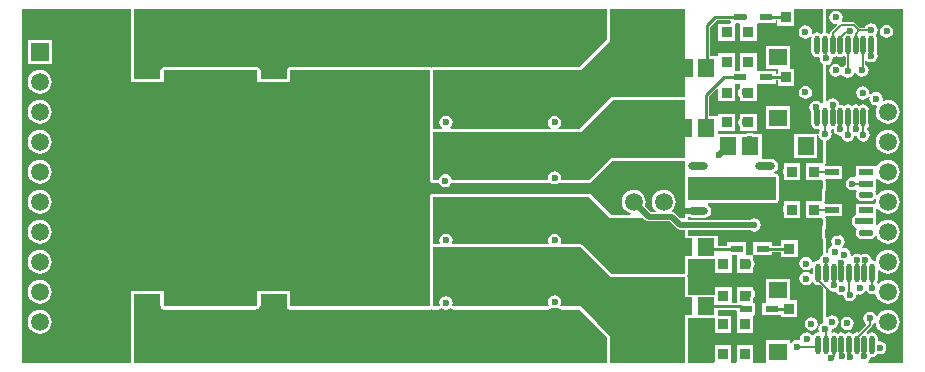
<source format=gtl>
G04*
G04 #@! TF.GenerationSoftware,Altium Limited,Altium Designer,20.1.12 (249)*
G04*
G04 Layer_Physical_Order=1*
G04 Layer_Color=255*
%FSLAX25Y25*%
%MOIN*%
G70*
G04*
G04 #@! TF.SameCoordinates,D57ADFAC-2A33-4F97-B865-62DE6D2BA241*
G04*
G04*
G04 #@! TF.FilePolarity,Positive*
G04*
G01*
G75*
%ADD15R,0.05709X0.05906*%
%ADD16O,0.04724X0.02165*%
%ADD17R,0.04724X0.02165*%
%ADD18R,0.06496X0.02559*%
%ADD19O,0.06496X0.02559*%
%ADD20R,0.05906X0.05709*%
%ADD21R,0.03543X0.03740*%
%ADD22R,0.04331X0.02165*%
%ADD23O,0.01772X0.06299*%
%ADD24R,0.09055X0.18307*%
%ADD37C,0.00500*%
%ADD38C,0.01000*%
%ADD39C,0.02000*%
%ADD40R,0.05906X0.05906*%
%ADD41C,0.05906*%
%ADD42C,0.02362*%
%ADD43C,0.02400*%
G36*
X267717Y110939D02*
X267670Y110930D01*
X267126Y110567D01*
X266582Y110930D01*
X265846Y111076D01*
X265111Y110930D01*
X264564Y110564D01*
X264272Y110681D01*
X264103Y110812D01*
X264173Y111161D01*
X264003Y112012D01*
X263521Y112734D01*
X262800Y113216D01*
X261949Y113385D01*
X261098Y113216D01*
X260376Y112734D01*
X259894Y112012D01*
X259725Y111161D01*
X259894Y110310D01*
X260376Y109589D01*
X261098Y109107D01*
X261949Y108938D01*
X262800Y109107D01*
X263497Y109573D01*
X263600Y109546D01*
X263963Y109350D01*
X263924Y109153D01*
Y104626D01*
X264070Y103890D01*
X264487Y103266D01*
X265111Y102850D01*
X265846Y102703D01*
X266248Y102783D01*
X266674Y102362D01*
X266843Y101511D01*
X267325Y100790D01*
X267717Y100528D01*
Y87580D01*
X267216Y87428D01*
X267065Y87655D01*
X266343Y88137D01*
X265492Y88306D01*
X264641Y88137D01*
X263920Y87655D01*
X263438Y86934D01*
X263268Y86083D01*
X263438Y85232D01*
X263920Y84510D01*
X263924Y84508D01*
Y80610D01*
X264070Y79874D01*
X264487Y79251D01*
X265111Y78834D01*
X265846Y78688D01*
X266365Y78791D01*
X266666Y78341D01*
X266449Y78016D01*
X266350Y77516D01*
X265993Y77219D01*
X265806Y77181D01*
X265806Y77181D01*
X258154D01*
Y69276D01*
X265862D01*
Y76681D01*
X265862Y76703D01*
X266087Y76726D01*
X266432Y76400D01*
X266449Y76314D01*
X266931Y75593D01*
X267653Y75111D01*
X267717Y75098D01*
Y67862D01*
X267535Y67437D01*
X261992D01*
Y61697D01*
X267535D01*
X267717Y61272D01*
Y58972D01*
X267307D01*
Y54839D01*
X261992D01*
Y49098D01*
X267535D01*
X267717Y48673D01*
Y46374D01*
X267307D01*
Y42209D01*
X267717D01*
Y36992D01*
X267227Y36665D01*
X266745Y35943D01*
X266575Y35092D01*
X266317Y35077D01*
X266240Y35092D01*
X265504Y34946D01*
X264881Y34529D01*
X264815Y34430D01*
X264284Y34536D01*
X264222Y34847D01*
X263740Y35568D01*
X263018Y36051D01*
X262167Y36220D01*
X261316Y36051D01*
X260595Y35568D01*
X260113Y34847D01*
X259944Y33996D01*
X260113Y33145D01*
X260595Y32424D01*
X261316Y31942D01*
X262167Y31772D01*
X263018Y31942D01*
X263740Y32424D01*
X263817Y32540D01*
X264317Y32388D01*
Y30604D01*
X263817Y30452D01*
X263740Y30569D01*
X263018Y31051D01*
X262167Y31220D01*
X261316Y31051D01*
X260595Y30569D01*
X260113Y29847D01*
X259944Y28996D01*
X260113Y28145D01*
X260595Y27424D01*
X261316Y26941D01*
X262167Y26772D01*
X263018Y26941D01*
X263740Y27424D01*
X263985Y27791D01*
X264089Y27816D01*
X264564Y27757D01*
X264881Y27282D01*
X265504Y26865D01*
X266240Y26719D01*
X266942Y26859D01*
X267717Y26084D01*
Y14273D01*
X267648Y14260D01*
X266927Y13778D01*
X266631Y13336D01*
X266444Y13056D01*
X265959Y13161D01*
X266102Y13878D01*
X265932Y14729D01*
X265451Y15450D01*
X264729Y15933D01*
X263878Y16102D01*
X263027Y15933D01*
X262305Y15450D01*
X261823Y14729D01*
X261654Y13878D01*
X261823Y13027D01*
X262305Y12306D01*
X263027Y11823D01*
X263878Y11654D01*
X264729Y11823D01*
X265451Y12306D01*
X265746Y12747D01*
X265932Y13027D01*
X266418Y12922D01*
X266275Y12205D01*
X266405Y11553D01*
X266369Y11448D01*
X266131Y11102D01*
X266053Y11039D01*
X265504Y10930D01*
X264881Y10513D01*
X264691Y10229D01*
X264089D01*
X263915Y10490D01*
X263193Y10972D01*
X262343Y11141D01*
X261491Y10972D01*
X260770Y10490D01*
X260288Y9768D01*
X260119Y8917D01*
X260153Y8744D01*
X259713Y8392D01*
X259055Y8523D01*
X258204Y8354D01*
X257483Y7872D01*
X257209Y7462D01*
X256709Y7613D01*
Y8480D01*
X248803D01*
Y803D01*
X244895D01*
X244504Y1067D01*
X244504Y1303D01*
Y6807D01*
X238961D01*
Y1303D01*
X238961Y1067D01*
X238570Y803D01*
X237611D01*
X237221Y1067D01*
X237221Y1303D01*
Y6807D01*
X231677D01*
Y1303D01*
X231677Y1067D01*
X231287Y803D01*
X222673D01*
X222673Y15732D01*
X231677D01*
Y10909D01*
X237221D01*
Y16650D01*
X232693D01*
Y18665D01*
X238607D01*
X238961Y18312D01*
X238961Y16815D01*
X238961Y16315D01*
Y10909D01*
X244504D01*
Y16315D01*
X244504Y16650D01*
X244935Y16815D01*
X245291D01*
Y20980D01*
X244602D01*
Y22593D01*
X244966Y23138D01*
X245137Y23996D01*
X244966Y24855D01*
X244602Y25399D01*
Y26098D01*
X243601D01*
X242894Y26239D01*
X242186Y26098D01*
X239059D01*
Y20980D01*
X238961D01*
Y20705D01*
X237319D01*
Y26098D01*
X231776D01*
Y23638D01*
X222673D01*
Y29528D01*
X222596Y29918D01*
X222516Y30037D01*
X222596Y30157D01*
X222673Y30547D01*
Y35417D01*
X231776D01*
Y30988D01*
X237319D01*
Y36728D01*
X237750Y36894D01*
X238267D01*
X238600Y36827D01*
X238978Y36746D01*
X239059Y36265D01*
Y30988D01*
X244602D01*
Y32770D01*
X244848Y33138D01*
X245019Y33996D01*
X244848Y34855D01*
X244602Y35222D01*
Y36394D01*
X244602Y36728D01*
X245034Y36894D01*
X250803D01*
Y37957D01*
X253823D01*
Y36106D01*
X259366D01*
Y41846D01*
X253823D01*
Y39996D01*
X250803D01*
Y41059D01*
X244473D01*
Y37228D01*
X244472Y36894D01*
X244041Y36728D01*
X242573D01*
X242142Y36894D01*
X242142Y37228D01*
Y41059D01*
X239686D01*
X238976Y41200D01*
X238267Y41059D01*
X235811D01*
Y39996D01*
X232693D01*
Y43323D01*
X222673D01*
Y45321D01*
X243281D01*
X243309Y45278D01*
X244031Y44796D01*
X244882Y44627D01*
X245733Y44796D01*
X246454Y45278D01*
X246936Y45999D01*
X247106Y46850D01*
X246936Y47701D01*
X246454Y48423D01*
X245733Y48905D01*
X244882Y49074D01*
X244031Y48905D01*
X243309Y48423D01*
X243281Y48380D01*
X222901D01*
X222638Y48761D01*
X222607Y48880D01*
X222673Y49213D01*
Y49378D01*
X223114Y49613D01*
X223422Y49408D01*
X224311Y49231D01*
X228248D01*
X229137Y49408D01*
X229891Y49912D01*
X230395Y50666D01*
X230572Y51555D01*
X230395Y52445D01*
X229891Y53199D01*
X229293Y53598D01*
X229445Y54098D01*
X251969D01*
X252359Y54176D01*
X252690Y54397D01*
X252910Y54728D01*
X252988Y55118D01*
Y62992D01*
X252910Y63382D01*
X252690Y63713D01*
X252359Y63934D01*
X251969Y64012D01*
X251689D01*
X251537Y64512D01*
X252136Y64912D01*
X252639Y65666D01*
X252816Y66555D01*
X252639Y67445D01*
X252136Y68199D01*
X251382Y68702D01*
X250492Y68879D01*
X247609D01*
X247358Y69276D01*
X247358Y69379D01*
Y77181D01*
X244755D01*
X244355Y77448D01*
X243504Y77618D01*
X242653Y77448D01*
X242253Y77181D01*
X232693D01*
Y77801D01*
X232858Y78232D01*
X233193Y78232D01*
X238402D01*
Y83972D01*
X232858D01*
Y83518D01*
X232693Y83087D01*
X232358Y83087D01*
X229858D01*
Y89834D01*
X232396Y92372D01*
X232858Y92180D01*
Y88075D01*
X238402D01*
Y93815D01*
X238833Y93980D01*
X239448D01*
X239690Y93932D01*
X240142Y93815D01*
X240142Y92692D01*
X240048Y92629D01*
X239562Y91902D01*
X239391Y91043D01*
X239562Y90185D01*
X240048Y89457D01*
X240142Y89394D01*
Y88075D01*
X245685D01*
Y93480D01*
X245685Y93815D01*
X246117Y93980D01*
X251984D01*
Y95043D01*
X252642D01*
Y93193D01*
X258185D01*
Y98933D01*
X256709D01*
Y106610D01*
X248803D01*
Y98902D01*
X252642D01*
Y97083D01*
X251984D01*
Y98146D01*
X246117D01*
X245685Y98311D01*
X245685Y98586D01*
Y104051D01*
X240142D01*
Y98761D01*
X240142Y98311D01*
X239690Y98194D01*
X239448Y98146D01*
X238833D01*
X238402Y98311D01*
X238402Y98646D01*
Y104051D01*
X232858D01*
Y103638D01*
X232791Y103165D01*
X232358Y103165D01*
X230153D01*
Y112963D01*
X232312Y115122D01*
X236639D01*
X236992Y114769D01*
X236992Y114059D01*
X236561Y113894D01*
X232858D01*
Y108153D01*
X238402D01*
Y113559D01*
X238402Y113894D01*
X238833Y114059D01*
X239710D01*
X240142Y113894D01*
X240142Y113559D01*
Y108153D01*
X245685D01*
Y113559D01*
X245685Y113894D01*
X246117Y114059D01*
X251984D01*
Y115122D01*
X252543D01*
Y113272D01*
X258087D01*
Y118882D01*
X267717D01*
Y110939D01*
D02*
G37*
G36*
X294473Y803D02*
X282810D01*
X282658Y1303D01*
X283069Y1577D01*
X283551Y2299D01*
X283651Y2803D01*
X284154Y2703D01*
X284889Y2850D01*
X285513Y3266D01*
X285900Y3845D01*
X286720Y3682D01*
X287572Y3851D01*
X288293Y4333D01*
X288775Y5054D01*
X288944Y5906D01*
X288775Y6757D01*
X288293Y7478D01*
X287572Y7960D01*
X286720Y8129D01*
X286463Y8078D01*
X286076Y8395D01*
Y9154D01*
X285930Y9889D01*
X285513Y10513D01*
X284889Y10930D01*
X284154Y11076D01*
X283418Y10930D01*
X282924Y10600D01*
X282491Y10825D01*
X282359Y11395D01*
X284005Y13042D01*
X284005Y13042D01*
X284171Y13290D01*
X284229Y13583D01*
X284316Y13693D01*
X284939Y14110D01*
X285304Y14018D01*
X285468Y13921D01*
X285519Y13535D01*
X285917Y12573D01*
X286551Y11748D01*
X287377Y11114D01*
X288338Y10716D01*
X289370Y10580D01*
X290402Y10716D01*
X291364Y11114D01*
X292189Y11748D01*
X292823Y12573D01*
X293221Y13535D01*
X293357Y14567D01*
X293221Y15599D01*
X292823Y16560D01*
X292189Y17386D01*
X291364Y18020D01*
X290402Y18418D01*
X289370Y18554D01*
X288338Y18418D01*
X287377Y18020D01*
X286551Y17386D01*
X286012Y16684D01*
X285830Y16652D01*
X285594Y16666D01*
X285441Y16716D01*
X285037Y17321D01*
X284316Y17803D01*
X283465Y17972D01*
X282613Y17803D01*
X281892Y17321D01*
X281410Y16599D01*
X281241Y15748D01*
X281410Y14897D01*
X281892Y14175D01*
X282214Y13960D01*
X282263Y13463D01*
X279737Y10937D01*
X279035Y11076D01*
X278300Y10930D01*
X277756Y10567D01*
X277212Y10930D01*
X276476Y11076D01*
X275741Y10930D01*
X275197Y10567D01*
X274653Y10930D01*
X273917Y11076D01*
X273182Y10930D01*
X272638Y10567D01*
X272094Y10930D01*
X271358Y11076D01*
X270910Y10987D01*
X270736Y11166D01*
X270568Y11429D01*
X270657Y11875D01*
X270866Y12343D01*
X271717Y12512D01*
X272439Y12994D01*
X272921Y13716D01*
X273090Y14567D01*
X272921Y15418D01*
X272439Y16139D01*
X271717Y16622D01*
X270866Y16791D01*
X270015Y16622D01*
X269294Y16139D01*
X269236Y16053D01*
X268736Y16205D01*
Y26084D01*
X269206Y26287D01*
X269208Y26287D01*
X269229Y26274D01*
X269304Y25899D01*
X269786Y25178D01*
X270507Y24696D01*
X271358Y24527D01*
X272055Y24665D01*
X272435Y24096D01*
X273157Y23614D01*
X274008Y23444D01*
X274561Y23554D01*
X274717Y22771D01*
X275199Y22050D01*
X275921Y21567D01*
X276772Y21398D01*
X277623Y21567D01*
X278344Y22050D01*
X278826Y22771D01*
X278952Y23402D01*
X279034Y23634D01*
X279476Y23769D01*
X279959Y23673D01*
X280810Y23842D01*
X281531Y24325D01*
X281834Y24777D01*
X282432Y24782D01*
X282680Y24412D01*
X283401Y23930D01*
X284252Y23760D01*
X284966Y23902D01*
X285505Y23643D01*
X285519Y23535D01*
X285917Y22573D01*
X286551Y21748D01*
X287377Y21114D01*
X288338Y20716D01*
X289370Y20580D01*
X290402Y20716D01*
X291364Y21114D01*
X292189Y21748D01*
X292823Y22573D01*
X293221Y23535D01*
X293357Y24567D01*
X293221Y25599D01*
X292823Y26560D01*
X292189Y27386D01*
X291364Y28020D01*
X290402Y28418D01*
X289370Y28554D01*
X288338Y28418D01*
X287377Y28020D01*
X286551Y27386D01*
X286506Y27327D01*
X286022Y27357D01*
X285826Y27750D01*
X285930Y27906D01*
X286076Y28642D01*
Y31589D01*
X286405Y31700D01*
X286576Y31728D01*
X287377Y31114D01*
X288338Y30716D01*
X289370Y30580D01*
X290402Y30716D01*
X291364Y31114D01*
X292189Y31748D01*
X292823Y32574D01*
X293221Y33535D01*
X293357Y34567D01*
X293221Y35599D01*
X292823Y36560D01*
X292189Y37386D01*
X291364Y38020D01*
X290402Y38418D01*
X289370Y38554D01*
X288338Y38418D01*
X287377Y38020D01*
X286551Y37386D01*
X285917Y36560D01*
X285519Y35599D01*
X285451Y35081D01*
X284996Y34875D01*
X284889Y34946D01*
X284154Y35092D01*
X284108Y35083D01*
X283951Y35873D01*
X283469Y36594D01*
X282748Y37076D01*
X281897Y37246D01*
X281046Y37076D01*
X280519Y36724D01*
X279887Y37147D01*
X279035Y37316D01*
X278184Y37147D01*
X277469Y36669D01*
X277439Y36675D01*
X277000Y36871D01*
X277027Y37008D01*
X276858Y37859D01*
X276376Y38580D01*
X275654Y39062D01*
X274803Y39232D01*
X274382Y39148D01*
X274187Y39619D01*
X274407Y39766D01*
X274889Y40488D01*
X275059Y41339D01*
X274889Y42190D01*
X274407Y42911D01*
X273686Y43393D01*
X272835Y43562D01*
X271984Y43393D01*
X271262Y42911D01*
X270780Y42190D01*
X270611Y41339D01*
X270780Y40488D01*
X270957Y40223D01*
X270802Y39850D01*
X270081Y39368D01*
X269599Y38646D01*
X269434Y37818D01*
X269418Y37786D01*
X269015Y37453D01*
X268736Y37549D01*
Y42209D01*
X268658Y42599D01*
X268438Y42930D01*
X268327Y43004D01*
Y45579D01*
X268438Y45653D01*
X268658Y45984D01*
X268736Y46374D01*
Y48673D01*
X268735Y48679D01*
X268736Y48684D01*
X268696Y48873D01*
X268658Y49064D01*
X268656Y49068D01*
X268654Y49073D01*
X268605Y49189D01*
X268936Y49689D01*
X274031D01*
Y53854D01*
X268454D01*
X268186Y54354D01*
X268249Y54448D01*
X268327Y54839D01*
Y58177D01*
X268438Y58252D01*
X268658Y58582D01*
X268736Y58972D01*
Y61272D01*
X268735Y61277D01*
X268736Y61282D01*
X268696Y61472D01*
X268658Y61662D01*
X268656Y61667D01*
X268654Y61672D01*
X268605Y61787D01*
X268936Y62287D01*
X274031D01*
Y66453D01*
X268682D01*
X268482Y66720D01*
X268416Y66953D01*
X268473Y67037D01*
X268654Y67462D01*
X268656Y67467D01*
X268658Y67472D01*
X268696Y67662D01*
X268736Y67852D01*
X268735Y67857D01*
X268736Y67862D01*
Y74988D01*
X269355Y75111D01*
X270076Y75593D01*
X270559Y76314D01*
X270728Y77165D01*
X270559Y78016D01*
X270372Y78295D01*
X270673Y78746D01*
X270965Y78688D01*
X271401Y78774D01*
X271568Y77935D01*
X272050Y77213D01*
X272771Y76731D01*
X273622Y76562D01*
X273909Y76619D01*
X274028Y76019D01*
X274510Y75298D01*
X275232Y74815D01*
X276083Y74646D01*
X276934Y74815D01*
X277655Y75298D01*
X278137Y76019D01*
X278264Y76657D01*
X278740Y76562D01*
X279027Y76619D01*
X279146Y76019D01*
X279628Y75298D01*
X280350Y74815D01*
X281201Y74646D01*
X282052Y74815D01*
X282773Y75298D01*
X283255Y76019D01*
X283425Y76870D01*
X283255Y77721D01*
X282773Y78443D01*
X282436Y78668D01*
Y79168D01*
X282560Y79251D01*
X282977Y79874D01*
X283123Y80610D01*
Y85138D01*
X282977Y85874D01*
X282560Y86497D01*
X281937Y86914D01*
X281201Y87061D01*
X280465Y86914D01*
X279921Y86551D01*
X279378Y86914D01*
X278642Y87061D01*
X277906Y86914D01*
X277362Y86551D01*
X276818Y86914D01*
X276083Y87061D01*
X275347Y86914D01*
X274803Y86551D01*
X274259Y86914D01*
X273524Y87061D01*
X273172Y86991D01*
X273019Y87761D01*
X272537Y88482D01*
X271816Y88964D01*
X270965Y89133D01*
X270113Y88964D01*
X269392Y88482D01*
X269236Y88248D01*
X268736Y88400D01*
Y100006D01*
X268898Y100138D01*
X269749Y100308D01*
X270470Y100790D01*
X270952Y101511D01*
X271122Y102362D01*
X271050Y102720D01*
X271700Y102850D01*
X272244Y103213D01*
X272788Y102850D01*
X273524Y102703D01*
X274259Y102850D01*
X274803Y103213D01*
X275329Y102862D01*
Y100159D01*
X275253Y100144D01*
X274532Y99662D01*
X274488Y99597D01*
X273887D01*
X273620Y99998D01*
X272898Y100480D01*
X272047Y100649D01*
X271196Y100480D01*
X270475Y99998D01*
X269993Y99276D01*
X269823Y98425D01*
X269993Y97574D01*
X270475Y96853D01*
X271196Y96371D01*
X272047Y96201D01*
X272898Y96371D01*
X273620Y96853D01*
X273663Y96918D01*
X274264D01*
X274532Y96517D01*
X275253Y96035D01*
X276104Y95866D01*
X276955Y96035D01*
X277677Y96517D01*
X278159Y97239D01*
X278210Y97495D01*
X278579Y97554D01*
X278728Y97538D01*
X279186Y96853D01*
X279907Y96371D01*
X280758Y96201D01*
X281609Y96371D01*
X282331Y96853D01*
X282813Y97574D01*
X282982Y98425D01*
X282813Y99276D01*
X282331Y99998D01*
X281744Y100390D01*
Y101507D01*
X282244Y101637D01*
X282909Y101193D01*
X283760Y101024D01*
X284611Y101193D01*
X285332Y101675D01*
X285814Y102397D01*
X285984Y103248D01*
X285814Y104099D01*
X285632Y104372D01*
X285683Y104626D01*
Y109153D01*
X285536Y109889D01*
X285401Y110091D01*
X285431Y110239D01*
X285913Y110960D01*
X286082Y111811D01*
X285913Y112662D01*
X285431Y113383D01*
X284709Y113866D01*
X283858Y114035D01*
X283007Y113866D01*
X282286Y113383D01*
X281804Y112662D01*
X281786Y112576D01*
X280188D01*
X278586Y114178D01*
X278338Y114344D01*
X278045Y114402D01*
X274273D01*
X274006Y114902D01*
X274200Y115192D01*
X274370Y116043D01*
X274200Y116894D01*
X273718Y117616D01*
X272997Y118098D01*
X272146Y118267D01*
X271295Y118098D01*
X270573Y117616D01*
X270091Y116894D01*
X269922Y116043D01*
X270091Y115192D01*
X270573Y114471D01*
X271295Y113989D01*
X272146Y113820D01*
X272297Y113850D01*
X272544Y113389D01*
X270424Y111269D01*
X270258Y111021D01*
X270240Y110932D01*
X270229Y110930D01*
X269685Y110567D01*
X269141Y110930D01*
X268736Y111011D01*
Y118882D01*
X294473D01*
Y803D01*
D02*
G37*
G36*
X195831Y108690D02*
X195399Y108258D01*
X195353Y108190D01*
X195285Y108144D01*
X189493Y102353D01*
X189448Y102285D01*
X189380Y102239D01*
X186586Y99445D01*
X170292D01*
X170079Y99487D01*
X169866Y99445D01*
X167930D01*
X167717Y99487D01*
X167503Y99445D01*
X165567D01*
X165354Y99487D01*
X165141Y99445D01*
X163205D01*
X162992Y99487D01*
X162779Y99445D01*
X160843D01*
X160630Y99487D01*
X160417Y99445D01*
X158481D01*
X158268Y99487D01*
X158055Y99445D01*
X156119D01*
X155905Y99487D01*
X155692Y99445D01*
X153756D01*
X153543Y99487D01*
X153330Y99445D01*
X151394D01*
X151181Y99487D01*
X150968Y99445D01*
X149032D01*
X148819Y99487D01*
X148606Y99445D01*
X146670D01*
X146457Y99487D01*
X146244Y99445D01*
X144308D01*
X144095Y99487D01*
X143881Y99445D01*
X141945D01*
X141732Y99487D01*
X141519Y99445D01*
X139583D01*
X139370Y99487D01*
X139157Y99445D01*
X137795D01*
X137405Y99367D01*
X137285Y99287D01*
X137166Y99367D01*
X136776Y99445D01*
X90173Y99445D01*
X89783Y99367D01*
X89452Y99146D01*
X89231Y98815D01*
X89154Y98425D01*
Y98425D01*
X80138D01*
Y98425D01*
X80060Y98815D01*
X79839Y99146D01*
X79508Y99367D01*
X79118Y99445D01*
X48047Y99445D01*
X47657Y99367D01*
X47326Y99146D01*
X47105Y98815D01*
X47028Y98425D01*
Y98425D01*
X38012D01*
Y114601D01*
X38028Y114681D01*
X38028Y118882D01*
X195831D01*
Y108690D01*
D02*
G37*
G36*
X221654Y89370D02*
X197244D01*
X186614Y78740D01*
X179637D01*
X179485Y79240D01*
X179919Y79530D01*
X180401Y80251D01*
X180570Y81102D01*
X180401Y81953D01*
X179919Y82675D01*
X179198Y83157D01*
X178347Y83326D01*
X177495Y83157D01*
X176774Y82675D01*
X176292Y81953D01*
X176123Y81102D01*
X176292Y80251D01*
X176774Y79530D01*
X177208Y79240D01*
X177056Y78740D01*
X171093D01*
X170937Y78844D01*
X170079Y79015D01*
X169220Y78844D01*
X169065Y78740D01*
X168730D01*
X168575Y78844D01*
X167717Y79015D01*
X166858Y78844D01*
X166703Y78740D01*
X166368D01*
X166213Y78844D01*
X165354Y79015D01*
X164496Y78844D01*
X164340Y78740D01*
X164006D01*
X163850Y78844D01*
X162992Y79015D01*
X162134Y78844D01*
X161978Y78740D01*
X161644D01*
X161488Y78844D01*
X160630Y79015D01*
X159772Y78844D01*
X159616Y78740D01*
X159282D01*
X159126Y78844D01*
X158268Y79015D01*
X157409Y78844D01*
X157254Y78740D01*
X156919D01*
X156764Y78844D01*
X155905Y79015D01*
X155047Y78844D01*
X154892Y78740D01*
X154557D01*
X154402Y78844D01*
X153543Y79015D01*
X152685Y78844D01*
X152530Y78740D01*
X152195D01*
X152040Y78844D01*
X151181Y79015D01*
X150323Y78844D01*
X150167Y78740D01*
X149833D01*
X149677Y78844D01*
X148819Y79015D01*
X147960Y78844D01*
X147805Y78740D01*
X147470D01*
X147315Y78844D01*
X146457Y79015D01*
X145598Y78844D01*
X145443Y78740D01*
X145108D01*
X144953Y78844D01*
X144095Y79015D01*
X143714Y78939D01*
X143519Y79410D01*
X143699Y79530D01*
X144181Y80251D01*
X144350Y81102D01*
X144181Y81953D01*
X143699Y82675D01*
X142977Y83157D01*
X142126Y83326D01*
X141275Y83157D01*
X140553Y82675D01*
X140071Y81953D01*
X139902Y81102D01*
X140071Y80251D01*
X140553Y79530D01*
X140791Y79371D01*
X140692Y78952D01*
X140253Y78827D01*
X140228Y78844D01*
X139370Y79015D01*
X138512Y78844D01*
X138356Y78740D01*
X137795D01*
X137795Y98425D01*
X187008D01*
X190101Y101518D01*
X190169Y101564D01*
X190214Y101632D01*
X196006Y107423D01*
X196074Y107469D01*
X196120Y107537D01*
X196850Y108268D01*
Y118882D01*
X221654D01*
Y89370D01*
D02*
G37*
G36*
Y69291D02*
X197244D01*
X189764Y61811D01*
X180808D01*
X180491Y62198D01*
X180570Y62598D01*
X180401Y63449D01*
X179919Y64171D01*
X179198Y64653D01*
X178347Y64822D01*
X177495Y64653D01*
X176774Y64171D01*
X176292Y63449D01*
X176123Y62598D01*
X176202Y62198D01*
X175885Y61811D01*
X144092D01*
X143956Y62493D01*
X143474Y63214D01*
X142752Y63696D01*
X141901Y63866D01*
X141050Y63696D01*
X140329Y63214D01*
X139847Y62493D01*
X139711Y61811D01*
X137795D01*
Y77721D01*
X137795Y77721D01*
X138356D01*
X138455Y77740D01*
X138555D01*
X138648Y77779D01*
X138747Y77798D01*
X138830Y77854D01*
X138894Y77881D01*
X139257Y77953D01*
X139483D01*
X140000Y77850D01*
X140054Y77827D01*
X140096Y77827D01*
X140136Y77815D01*
X140294Y77827D01*
X140452Y77827D01*
X140491Y77843D01*
X140532Y77847D01*
X140905Y77953D01*
X143482D01*
X143515Y77939D01*
X143616D01*
X143714Y77920D01*
X143813Y77939D01*
X143913D01*
X143982Y77953D01*
X144207D01*
X144571Y77881D01*
X144635Y77854D01*
X144718Y77798D01*
X144817Y77779D01*
X144909Y77740D01*
X145010D01*
X145108Y77721D01*
X145443D01*
X145541Y77740D01*
X145642D01*
X145735Y77779D01*
X145833Y77798D01*
X145917Y77854D01*
X145981Y77881D01*
X146344Y77953D01*
X146569D01*
X146933Y77881D01*
X146997Y77854D01*
X147080Y77798D01*
X147179Y77779D01*
X147272Y77740D01*
X147372D01*
X147470Y77721D01*
X147805D01*
X147904Y77740D01*
X148004D01*
X148097Y77779D01*
X148195Y77798D01*
X148279Y77854D01*
X148343Y77881D01*
X148706Y77953D01*
X148932D01*
X149295Y77881D01*
X149359Y77854D01*
X149443Y77798D01*
X149541Y77779D01*
X149634Y77740D01*
X149734D01*
X149833Y77721D01*
X150167D01*
X150266Y77740D01*
X150366D01*
X150459Y77779D01*
X150557Y77798D01*
X150641Y77854D01*
X150705Y77881D01*
X151068Y77953D01*
X151294D01*
X151657Y77881D01*
X151721Y77854D01*
X151805Y77798D01*
X151903Y77779D01*
X151996Y77740D01*
X152096D01*
X152195Y77721D01*
X152530D01*
X152628Y77740D01*
X152728D01*
X152821Y77779D01*
X152920Y77798D01*
X153003Y77854D01*
X153067Y77881D01*
X153431Y77953D01*
X153656D01*
X154019Y77881D01*
X154083Y77854D01*
X154167Y77798D01*
X154265Y77779D01*
X154358Y77740D01*
X154459D01*
X154557Y77721D01*
X154892D01*
X154990Y77740D01*
X155091D01*
X155183Y77779D01*
X155282Y77798D01*
X155365Y77854D01*
X155429Y77881D01*
X155793Y77953D01*
X156018D01*
X156382Y77881D01*
X156446Y77854D01*
X156529Y77798D01*
X156628Y77779D01*
X156720Y77740D01*
X156821D01*
X156919Y77721D01*
X157254D01*
X157352Y77740D01*
X157453D01*
X157546Y77779D01*
X157644Y77798D01*
X157728Y77854D01*
X157791Y77881D01*
X158155Y77953D01*
X158380D01*
X158744Y77881D01*
X158808Y77854D01*
X158891Y77798D01*
X158990Y77779D01*
X159083Y77740D01*
X159183D01*
X159282Y77721D01*
X159616D01*
X159715Y77740D01*
X159815D01*
X159908Y77779D01*
X160006Y77798D01*
X160090Y77854D01*
X160154Y77881D01*
X160517Y77953D01*
X160743D01*
X161106Y77881D01*
X161170Y77854D01*
X161253Y77798D01*
X161352Y77779D01*
X161445Y77740D01*
X161545D01*
X161644Y77721D01*
X161978D01*
X162077Y77740D01*
X162177D01*
X162270Y77779D01*
X162369Y77798D01*
X162452Y77854D01*
X162516Y77881D01*
X162879Y77953D01*
X163105D01*
X163468Y77881D01*
X163532Y77854D01*
X163616Y77798D01*
X163714Y77779D01*
X163807Y77740D01*
X163907D01*
X164006Y77721D01*
X164340D01*
X164439Y77740D01*
X164539D01*
X164632Y77779D01*
X164731Y77798D01*
X164814Y77854D01*
X164878Y77881D01*
X165242Y77953D01*
X165467D01*
X165831Y77881D01*
X165894Y77854D01*
X165978Y77798D01*
X166077Y77779D01*
X166169Y77740D01*
X166270D01*
X166368Y77721D01*
X166703D01*
X166801Y77740D01*
X166902D01*
X166994Y77779D01*
X167093Y77798D01*
X167176Y77854D01*
X167240Y77881D01*
X167604Y77953D01*
X167829D01*
X168193Y77881D01*
X168257Y77854D01*
X168340Y77798D01*
X168439Y77779D01*
X168531Y77740D01*
X168632D01*
X168730Y77721D01*
X169065D01*
X169163Y77740D01*
X169264D01*
X169357Y77779D01*
X169455Y77798D01*
X169539Y77854D01*
X169603Y77881D01*
X169966Y77953D01*
X170192D01*
X170555Y77881D01*
X170619Y77854D01*
X170702Y77798D01*
X170801Y77779D01*
X170894Y77740D01*
X170994D01*
X171093Y77721D01*
X177056D01*
X177105Y77730D01*
X177156Y77725D01*
X177299Y77769D01*
X177446Y77798D01*
X177488Y77826D01*
X177536Y77841D01*
X177652Y77936D01*
X177677Y77953D01*
X179016D01*
X179041Y77936D01*
X179156Y77841D01*
X179205Y77826D01*
X179247Y77798D01*
X179394Y77769D01*
X179537Y77725D01*
X179587Y77730D01*
X179637Y77721D01*
X186614D01*
X187004Y77798D01*
X187335Y78019D01*
X197666Y88350D01*
X221654D01*
Y69291D01*
D02*
G37*
G36*
X251969Y55118D02*
X222835D01*
Y62992D01*
X251969D01*
Y55118D01*
D02*
G37*
G36*
X37008Y114681D02*
X36992D01*
Y94374D01*
X48047D01*
Y98425D01*
X79118Y98425D01*
Y94374D01*
X90173D01*
Y98425D01*
X136776Y98425D01*
X136776Y78740D01*
X136853Y78350D01*
X136933Y78230D01*
X136853Y78111D01*
X136776Y77721D01*
Y61811D01*
X136853Y61421D01*
X137074Y61090D01*
X137303Y60937D01*
X137405Y60869D01*
X137795Y60791D01*
X139711D01*
X139810Y60811D01*
X139843D01*
X139847Y60791D01*
X140329Y60069D01*
X141050Y59587D01*
X141901Y59418D01*
X142752Y59587D01*
X143474Y60069D01*
X143956Y60791D01*
X143960Y60811D01*
X143993D01*
X144092Y60791D01*
X149787D01*
X150000Y60749D01*
X150213Y60791D01*
X152149D01*
X152362Y60749D01*
X152575Y60791D01*
X154511D01*
X154724Y60749D01*
X154938Y60791D01*
X156874D01*
X157087Y60749D01*
X157300Y60791D01*
X159236D01*
X159449Y60749D01*
X159662Y60791D01*
X161598D01*
X161811Y60749D01*
X162024Y60791D01*
X163960D01*
X164173Y60749D01*
X164386Y60791D01*
X166322D01*
X166535Y60749D01*
X166749Y60791D01*
X168684D01*
X168898Y60749D01*
X169111Y60791D01*
X175885D01*
X175935Y60801D01*
X175985Y60796D01*
X176128Y60840D01*
X176275Y60869D01*
X176277Y60870D01*
X176457Y60937D01*
X176774Y61026D01*
X177495Y60544D01*
X178347Y60375D01*
X179198Y60544D01*
X179919Y61026D01*
X180236Y60937D01*
X180416Y60870D01*
X180418Y60869D01*
X180564Y60840D01*
X180708Y60796D01*
X180758Y60801D01*
X180808Y60791D01*
X189764D01*
X190154Y60869D01*
X190485Y61090D01*
X197666Y68272D01*
X221654D01*
Y49213D01*
X219879D01*
X218404Y50688D01*
X217908Y51019D01*
X217517Y51097D01*
X217372Y51617D01*
X217544Y51748D01*
X218177Y52574D01*
X218575Y53535D01*
X218711Y54567D01*
X218575Y55599D01*
X218177Y56560D01*
X217544Y57386D01*
X216718Y58020D01*
X215756Y58418D01*
X214724Y58554D01*
X213692Y58418D01*
X212731Y58020D01*
X211905Y57386D01*
X211272Y56560D01*
X210873Y55599D01*
X210738Y54567D01*
X210873Y53535D01*
X211272Y52574D01*
X211905Y51748D01*
X212086Y51609D01*
X211925Y51136D01*
X210318D01*
X208383Y53071D01*
X208575Y53535D01*
X208711Y54567D01*
X208575Y55599D01*
X208177Y56560D01*
X207544Y57386D01*
X206718Y58020D01*
X205756Y58418D01*
X204724Y58554D01*
X203693Y58418D01*
X202731Y58020D01*
X201905Y57386D01*
X201272Y56560D01*
X200873Y55599D01*
X200738Y54567D01*
X200873Y53535D01*
X201272Y52574D01*
X201905Y51748D01*
X202731Y51114D01*
X203693Y50716D01*
X203607Y50232D01*
X197273D01*
X190485Y57020D01*
X190154Y57241D01*
X189764Y57319D01*
X170292D01*
X170079Y57361D01*
X169866Y57319D01*
X167930D01*
X167717Y57361D01*
X167503Y57319D01*
X165568D01*
X165354Y57361D01*
X165141Y57319D01*
X163205D01*
X162992Y57361D01*
X162779Y57319D01*
X160843D01*
X160630Y57361D01*
X160417Y57319D01*
X158481D01*
X158268Y57361D01*
X158054Y57319D01*
X156119D01*
X155905Y57361D01*
X155692Y57319D01*
X153756D01*
X153543Y57361D01*
X153330Y57319D01*
X151394D01*
X151181Y57361D01*
X150968Y57319D01*
X149032D01*
X148819Y57361D01*
X148606Y57319D01*
X146670D01*
X146457Y57361D01*
X146244Y57319D01*
X144308D01*
X144095Y57361D01*
X143881Y57319D01*
X141946D01*
X141732Y57361D01*
X141519Y57319D01*
X139583D01*
X139370Y57361D01*
X139157Y57319D01*
X137795D01*
X137405Y57241D01*
X137074Y57020D01*
X136853Y56689D01*
X136776Y56299D01*
X136776Y40890D01*
X136776Y40390D01*
X136853Y39999D01*
X136933Y39880D01*
X136853Y39760D01*
X136776Y39370D01*
X136776Y19685D01*
X136276Y19685D01*
X90173Y19685D01*
Y24917D01*
X79118D01*
Y20083D01*
X78852Y19685D01*
X48047Y19685D01*
Y24917D01*
X36992D01*
Y4610D01*
X37008D01*
Y803D01*
X803D01*
Y118882D01*
X37008D01*
X37008Y114681D01*
D02*
G37*
G36*
X196850Y49213D02*
X207916D01*
X208604Y48525D01*
X209100Y48193D01*
X209685Y48077D01*
X216689D01*
X218997Y45769D01*
X219494Y45437D01*
X220079Y45321D01*
X221654D01*
Y30547D01*
X197273D01*
X187729Y40091D01*
X187398Y40312D01*
X187008Y40390D01*
X180603D01*
X180367Y40831D01*
X180401Y40881D01*
X180570Y41732D01*
X180401Y42583D01*
X179919Y43305D01*
X179198Y43787D01*
X178347Y43956D01*
X177495Y43787D01*
X176774Y43305D01*
X176292Y42583D01*
X176123Y41732D01*
X176292Y40881D01*
X176326Y40831D01*
X176090Y40390D01*
X170292D01*
X170079Y40432D01*
X169866Y40390D01*
X167930D01*
X167717Y40432D01*
X167503Y40390D01*
X165568D01*
X165354Y40432D01*
X165141Y40390D01*
X163205D01*
X162992Y40432D01*
X162779Y40390D01*
X160843D01*
X160630Y40432D01*
X160417Y40390D01*
X158481D01*
X158268Y40432D01*
X158054Y40390D01*
X156119D01*
X155905Y40432D01*
X155692Y40390D01*
X153756D01*
X153543Y40432D01*
X153330Y40390D01*
X151394D01*
X151181Y40432D01*
X150968Y40390D01*
X149032D01*
X148819Y40432D01*
X148606Y40390D01*
X146670D01*
X146457Y40432D01*
X146244Y40390D01*
X144453D01*
X144228Y40699D01*
X144181Y40881D01*
X144181Y40886D01*
X144350Y41732D01*
X144181Y42583D01*
X143699Y43305D01*
X142977Y43787D01*
X142126Y43956D01*
X141275Y43787D01*
X140553Y43305D01*
X140071Y42583D01*
X139902Y41732D01*
X140071Y40881D01*
X140105Y40831D01*
X139870Y40390D01*
X139583D01*
X139370Y40432D01*
X139157Y40390D01*
X137795D01*
X137795Y40890D01*
X137795Y56299D01*
X189764D01*
X196850Y49213D01*
D02*
G37*
G36*
X89231Y19295D02*
X89452Y18964D01*
X89783Y18743D01*
X90173Y18665D01*
X136276Y18665D01*
X136776Y18665D01*
X137166Y18743D01*
X137285Y18823D01*
X137405Y18743D01*
X137795Y18665D01*
X139736D01*
X139858Y18690D01*
X139982Y18695D01*
X140051Y18728D01*
X140127Y18743D01*
X140230Y18812D01*
X140342Y18865D01*
X140394Y18921D01*
X140457Y18964D01*
X140526Y19067D01*
X140610Y19159D01*
X140719Y19183D01*
X141275Y18812D01*
X142126Y18642D01*
X142977Y18812D01*
X143533Y19183D01*
X143642Y19159D01*
X143726Y19067D01*
X143795Y18964D01*
X143858Y18922D01*
X143910Y18865D01*
X144022Y18812D01*
X144125Y18743D01*
X144201Y18728D01*
X144270Y18695D01*
X144394Y18690D01*
X144516Y18665D01*
X176174Y18665D01*
X176321Y18695D01*
X176470Y18709D01*
X176515Y18733D01*
X176564Y18743D01*
X176689Y18826D01*
X176821Y18897D01*
X176853Y18936D01*
X176895Y18964D01*
X176978Y19089D01*
X177073Y19204D01*
X177381Y19282D01*
X177495Y19205D01*
X178347Y19036D01*
X179198Y19205D01*
X179312Y19282D01*
X179620Y19204D01*
X179715Y19089D01*
X179798Y18964D01*
X179840Y18936D01*
X179872Y18897D01*
X180004Y18826D01*
X180129Y18743D01*
X180178Y18733D01*
X180223Y18709D01*
X180372Y18695D01*
X180519Y18665D01*
X186585D01*
X191742Y13509D01*
X191810Y13464D01*
X191856Y13395D01*
X195831Y9420D01*
X195831Y803D01*
X38028D01*
Y4610D01*
X38012Y4689D01*
Y19685D01*
X47028D01*
Y19685D01*
X47105Y19295D01*
X47326Y18964D01*
X47657Y18743D01*
X48047Y18665D01*
X78852Y18665D01*
X78950Y18685D01*
X79051D01*
X79144Y18723D01*
X79242Y18743D01*
X79326Y18799D01*
X79418Y18837D01*
X79489Y18908D01*
X79573Y18964D01*
X79629Y19048D01*
X79700Y19119D01*
X79966Y19517D01*
X80004Y19610D01*
X80055Y19685D01*
X89154D01*
X89231Y19295D01*
D02*
G37*
G36*
X196850Y29528D02*
X221654D01*
X221654Y803D01*
X196850D01*
X196850Y9843D01*
X192577Y14116D01*
X192531Y14185D01*
X192463Y14230D01*
X187008Y19685D01*
X180519D01*
X180252Y20185D01*
X180401Y20409D01*
X180570Y21260D01*
X180401Y22111D01*
X179919Y22832D01*
X179198Y23314D01*
X178347Y23484D01*
X177495Y23314D01*
X176774Y22832D01*
X176292Y22111D01*
X176123Y21260D01*
X176292Y20409D01*
X176441Y20185D01*
X176174Y19685D01*
X144516Y19685D01*
X144214Y20185D01*
X144350Y20866D01*
X144181Y21717D01*
X143699Y22439D01*
X142977Y22921D01*
X142126Y23090D01*
X141275Y22921D01*
X140553Y22439D01*
X140071Y21717D01*
X139902Y20866D01*
X140038Y20185D01*
X139736Y19685D01*
X137795D01*
X137795Y39370D01*
X187008D01*
X196850Y29528D01*
D02*
G37*
%LPC*%
G36*
X261949Y93306D02*
X261098Y93137D01*
X260376Y92655D01*
X259894Y91934D01*
X259725Y91083D01*
X259894Y90232D01*
X260376Y89510D01*
X261098Y89028D01*
X261949Y88859D01*
X262800Y89028D01*
X263521Y89510D01*
X264003Y90232D01*
X264173Y91083D01*
X264003Y91934D01*
X263521Y92655D01*
X262800Y93137D01*
X261949Y93306D01*
D02*
G37*
G36*
X256709Y86433D02*
X248803D01*
Y78724D01*
X256709D01*
Y86433D01*
D02*
G37*
G36*
X245685Y83972D02*
X240142D01*
Y82679D01*
X240126Y82669D01*
X239640Y81941D01*
X239470Y81083D01*
X239640Y80224D01*
X240126Y79497D01*
X240142Y79486D01*
Y78232D01*
X245685D01*
Y83972D01*
D02*
G37*
G36*
X260252Y67437D02*
X254709D01*
Y65754D01*
X254621Y65622D01*
X254450Y64764D01*
X254621Y63905D01*
X254709Y63774D01*
Y61697D01*
X260252D01*
Y67437D01*
D02*
G37*
G36*
Y54839D02*
X254709D01*
Y53156D01*
X254621Y53024D01*
X254450Y52165D01*
X254621Y51307D01*
X254709Y51175D01*
Y49098D01*
X260252D01*
Y54839D01*
D02*
G37*
G36*
X256709Y28953D02*
X248803D01*
Y21244D01*
X248412Y20980D01*
X247622D01*
Y16815D01*
X253724D01*
Y16028D01*
X259268D01*
Y21768D01*
X256709D01*
Y28953D01*
D02*
G37*
G36*
X288976Y113641D02*
X288125Y113472D01*
X287404Y112990D01*
X286922Y112268D01*
X286753Y111417D01*
X286922Y110566D01*
X287404Y109845D01*
X288125Y109363D01*
X288976Y109194D01*
X289827Y109363D01*
X290549Y109845D01*
X291031Y110566D01*
X291200Y111417D01*
X291031Y112268D01*
X290549Y112990D01*
X289827Y113472D01*
X288976Y113641D01*
D02*
G37*
G36*
X281042Y93099D02*
X280191Y92930D01*
X279470Y92447D01*
X278988Y91726D01*
X278818Y90875D01*
X278988Y90024D01*
X279470Y89302D01*
X280191Y88820D01*
X281042Y88651D01*
X281893Y88820D01*
X282615Y89302D01*
X282828Y89621D01*
X283299Y89426D01*
X283209Y88976D01*
X283379Y88125D01*
X283861Y87404D01*
X284582Y86922D01*
X285433Y86752D01*
X285462Y86758D01*
X285818Y86319D01*
X285519Y85599D01*
X285383Y84567D01*
X285519Y83535D01*
X285917Y82573D01*
X286551Y81748D01*
X287377Y81114D01*
X288338Y80716D01*
X289370Y80580D01*
X290402Y80716D01*
X291364Y81114D01*
X292189Y81748D01*
X292823Y82573D01*
X293221Y83535D01*
X293357Y84567D01*
X293221Y85599D01*
X292823Y86560D01*
X292189Y87386D01*
X291364Y88020D01*
X290402Y88418D01*
X289370Y88554D01*
X288338Y88418D01*
X288030Y88290D01*
X287592Y88650D01*
X287657Y88976D01*
X287488Y89827D01*
X287006Y90549D01*
X286284Y91031D01*
X285433Y91200D01*
X284582Y91031D01*
X283861Y90549D01*
X283647Y90230D01*
X283176Y90425D01*
X283266Y90875D01*
X283097Y91726D01*
X282615Y92447D01*
X281893Y92930D01*
X281042Y93099D01*
D02*
G37*
G36*
X289370Y78554D02*
X288338Y78418D01*
X287377Y78020D01*
X286551Y77386D01*
X285917Y76560D01*
X285519Y75599D01*
X285383Y74567D01*
X285519Y73535D01*
X285917Y72574D01*
X286551Y71748D01*
X287377Y71114D01*
X288338Y70716D01*
X289370Y70580D01*
X290402Y70716D01*
X291364Y71114D01*
X292189Y71748D01*
X292823Y72574D01*
X293221Y73535D01*
X293357Y74567D01*
X293221Y75599D01*
X292823Y76560D01*
X292189Y77386D01*
X291364Y78020D01*
X290402Y78418D01*
X289370Y78554D01*
D02*
G37*
G36*
Y68554D02*
X288338Y68418D01*
X287377Y68020D01*
X286551Y67386D01*
X285930Y66576D01*
X285449Y66453D01*
Y66453D01*
X285449Y66453D01*
X282796D01*
X282087Y66594D01*
X281377Y66453D01*
X278724D01*
Y63030D01*
X278224Y62721D01*
X277559Y62854D01*
X276708Y62685D01*
X275987Y62202D01*
X275504Y61481D01*
X275335Y60630D01*
X275504Y59779D01*
X275987Y59057D01*
X276708Y58575D01*
X277559Y58406D01*
X278228Y58539D01*
X278724Y58547D01*
X279012Y58166D01*
X279076Y58047D01*
X278845Y57702D01*
X278684Y56890D01*
X278845Y56077D01*
X279306Y55388D01*
X279995Y54928D01*
X280807Y54766D01*
X283366D01*
X284179Y54928D01*
X284868Y55388D01*
X285016Y55611D01*
X285497Y55430D01*
X285383Y54567D01*
X285411Y54354D01*
X284973Y53854D01*
X282796D01*
X282087Y53996D01*
X281377Y53854D01*
X278724D01*
Y50096D01*
X278677Y50086D01*
X277955Y49604D01*
X277473Y48882D01*
X277304Y48031D01*
X277473Y47181D01*
X277955Y46459D01*
X278677Y45977D01*
X278724Y45967D01*
Y45949D01*
X278818D01*
X279040Y45395D01*
X278845Y45104D01*
X278684Y44291D01*
X278845Y43479D01*
X279306Y42790D01*
X279995Y42329D01*
X280807Y42168D01*
X283366D01*
X284179Y42329D01*
X284868Y42790D01*
X285126Y43177D01*
X285690Y43121D01*
X285917Y42573D01*
X286551Y41748D01*
X287377Y41114D01*
X288338Y40716D01*
X289370Y40580D01*
X290402Y40716D01*
X291364Y41114D01*
X292189Y41748D01*
X292823Y42573D01*
X293221Y43535D01*
X293357Y44567D01*
X293221Y45599D01*
X292823Y46560D01*
X292189Y47386D01*
X291364Y48020D01*
X290402Y48418D01*
X289370Y48554D01*
X288338Y48418D01*
X287377Y48020D01*
X286551Y47386D01*
X285949Y46601D01*
X285893Y46601D01*
X285449Y46936D01*
Y49689D01*
Y52198D01*
X285893Y52533D01*
X285949Y52533D01*
X286551Y51748D01*
X287377Y51114D01*
X288338Y50716D01*
X289370Y50580D01*
X290402Y50716D01*
X291364Y51114D01*
X292189Y51748D01*
X292823Y52574D01*
X293221Y53535D01*
X293357Y54567D01*
X293221Y55599D01*
X292823Y56560D01*
X292189Y57386D01*
X291364Y58020D01*
X290402Y58418D01*
X289370Y58554D01*
X288338Y58418D01*
X287377Y58020D01*
X286551Y57386D01*
X285917Y56560D01*
X285464Y56760D01*
X285490Y56890D01*
X285328Y57702D01*
X285098Y58047D01*
X285365Y58547D01*
X285449D01*
Y62198D01*
X285893Y62533D01*
X285949Y62533D01*
X286551Y61748D01*
X287377Y61114D01*
X288338Y60716D01*
X289370Y60580D01*
X290402Y60716D01*
X291364Y61114D01*
X292189Y61748D01*
X292823Y62573D01*
X293221Y63535D01*
X293357Y64567D01*
X293221Y65599D01*
X292823Y66560D01*
X292189Y67386D01*
X291364Y68020D01*
X290402Y68418D01*
X289370Y68554D01*
D02*
G37*
G36*
X275858Y16255D02*
X275007Y16086D01*
X274286Y15604D01*
X273804Y14882D01*
X273635Y14031D01*
X273804Y13180D01*
X274286Y12459D01*
X275007Y11977D01*
X275858Y11808D01*
X276709Y11977D01*
X277431Y12459D01*
X277913Y13180D01*
X278082Y14031D01*
X277913Y14882D01*
X277431Y15604D01*
X276709Y16086D01*
X275858Y16255D01*
D02*
G37*
G36*
X10646Y108520D02*
X2740D01*
Y100614D01*
X10646D01*
Y108520D01*
D02*
G37*
G36*
X6693Y98554D02*
X5661Y98418D01*
X4699Y98020D01*
X3874Y97386D01*
X3240Y96560D01*
X2842Y95599D01*
X2706Y94567D01*
X2842Y93535D01*
X3240Y92573D01*
X3874Y91748D01*
X4699Y91114D01*
X5661Y90716D01*
X6693Y90580D01*
X7725Y90716D01*
X8686Y91114D01*
X9512Y91748D01*
X10146Y92573D01*
X10544Y93535D01*
X10680Y94567D01*
X10544Y95599D01*
X10146Y96560D01*
X9512Y97386D01*
X8686Y98020D01*
X7725Y98418D01*
X6693Y98554D01*
D02*
G37*
G36*
Y88554D02*
X5661Y88418D01*
X4699Y88020D01*
X3874Y87386D01*
X3240Y86560D01*
X2842Y85599D01*
X2706Y84567D01*
X2842Y83535D01*
X3240Y82573D01*
X3874Y81748D01*
X4699Y81114D01*
X5661Y80716D01*
X6693Y80580D01*
X7725Y80716D01*
X8686Y81114D01*
X9512Y81748D01*
X10146Y82573D01*
X10544Y83535D01*
X10680Y84567D01*
X10544Y85599D01*
X10146Y86560D01*
X9512Y87386D01*
X8686Y88020D01*
X7725Y88418D01*
X6693Y88554D01*
D02*
G37*
G36*
Y78554D02*
X5661Y78418D01*
X4699Y78020D01*
X3874Y77386D01*
X3240Y76560D01*
X2842Y75599D01*
X2706Y74567D01*
X2842Y73535D01*
X3240Y72574D01*
X3874Y71748D01*
X4699Y71114D01*
X5661Y70716D01*
X6693Y70580D01*
X7725Y70716D01*
X8686Y71114D01*
X9512Y71748D01*
X10146Y72574D01*
X10544Y73535D01*
X10680Y74567D01*
X10544Y75599D01*
X10146Y76560D01*
X9512Y77386D01*
X8686Y78020D01*
X7725Y78418D01*
X6693Y78554D01*
D02*
G37*
G36*
Y68554D02*
X5661Y68418D01*
X4699Y68020D01*
X3874Y67386D01*
X3240Y66560D01*
X2842Y65599D01*
X2706Y64567D01*
X2842Y63535D01*
X3240Y62573D01*
X3874Y61748D01*
X4699Y61114D01*
X5661Y60716D01*
X6693Y60580D01*
X7725Y60716D01*
X8686Y61114D01*
X9512Y61748D01*
X10146Y62573D01*
X10544Y63535D01*
X10680Y64567D01*
X10544Y65599D01*
X10146Y66560D01*
X9512Y67386D01*
X8686Y68020D01*
X7725Y68418D01*
X6693Y68554D01*
D02*
G37*
G36*
Y58554D02*
X5661Y58418D01*
X4699Y58020D01*
X3874Y57386D01*
X3240Y56560D01*
X2842Y55599D01*
X2706Y54567D01*
X2842Y53535D01*
X3240Y52574D01*
X3874Y51748D01*
X4699Y51114D01*
X5661Y50716D01*
X6693Y50580D01*
X7725Y50716D01*
X8686Y51114D01*
X9512Y51748D01*
X10146Y52574D01*
X10544Y53535D01*
X10680Y54567D01*
X10544Y55599D01*
X10146Y56560D01*
X9512Y57386D01*
X8686Y58020D01*
X7725Y58418D01*
X6693Y58554D01*
D02*
G37*
G36*
Y48554D02*
X5661Y48418D01*
X4699Y48020D01*
X3874Y47386D01*
X3240Y46560D01*
X2842Y45599D01*
X2706Y44567D01*
X2842Y43535D01*
X3240Y42573D01*
X3874Y41748D01*
X4699Y41114D01*
X5661Y40716D01*
X6693Y40580D01*
X7725Y40716D01*
X8686Y41114D01*
X9512Y41748D01*
X10146Y42573D01*
X10544Y43535D01*
X10680Y44567D01*
X10544Y45599D01*
X10146Y46560D01*
X9512Y47386D01*
X8686Y48020D01*
X7725Y48418D01*
X6693Y48554D01*
D02*
G37*
G36*
Y38554D02*
X5661Y38418D01*
X4699Y38020D01*
X3874Y37386D01*
X3240Y36560D01*
X2842Y35599D01*
X2706Y34567D01*
X2842Y33535D01*
X3240Y32574D01*
X3874Y31748D01*
X4699Y31114D01*
X5661Y30716D01*
X6693Y30580D01*
X7725Y30716D01*
X8686Y31114D01*
X9512Y31748D01*
X10146Y32574D01*
X10544Y33535D01*
X10680Y34567D01*
X10544Y35599D01*
X10146Y36560D01*
X9512Y37386D01*
X8686Y38020D01*
X7725Y38418D01*
X6693Y38554D01*
D02*
G37*
G36*
Y28554D02*
X5661Y28418D01*
X4699Y28020D01*
X3874Y27386D01*
X3240Y26560D01*
X2842Y25599D01*
X2706Y24567D01*
X2842Y23535D01*
X3240Y22573D01*
X3874Y21748D01*
X4699Y21114D01*
X5661Y20716D01*
X6693Y20580D01*
X7725Y20716D01*
X8686Y21114D01*
X9512Y21748D01*
X10146Y22573D01*
X10544Y23535D01*
X10680Y24567D01*
X10544Y25599D01*
X10146Y26560D01*
X9512Y27386D01*
X8686Y28020D01*
X7725Y28418D01*
X6693Y28554D01*
D02*
G37*
G36*
Y18554D02*
X5661Y18418D01*
X4699Y18020D01*
X3874Y17386D01*
X3240Y16560D01*
X2842Y15599D01*
X2706Y14567D01*
X2842Y13535D01*
X3240Y12573D01*
X3874Y11748D01*
X4699Y11114D01*
X5661Y10716D01*
X6693Y10580D01*
X7725Y10716D01*
X8686Y11114D01*
X9512Y11748D01*
X10146Y12573D01*
X10544Y13535D01*
X10680Y14567D01*
X10544Y15599D01*
X10146Y16560D01*
X9512Y17386D01*
X8686Y18020D01*
X7725Y18418D01*
X6693Y18554D01*
D02*
G37*
%LPD*%
D15*
X254724Y73228D02*
D03*
X262008D02*
D03*
X236221D02*
D03*
X243504D02*
D03*
X221555Y19685D02*
D03*
X228839D02*
D03*
X221555Y39370D02*
D03*
X228839D02*
D03*
X221555Y79134D02*
D03*
X228839D02*
D03*
X221654Y99213D02*
D03*
X228937D02*
D03*
D16*
X282087Y44291D02*
D03*
Y56890D02*
D03*
D17*
Y48031D02*
D03*
Y51772D02*
D03*
X270669D02*
D03*
Y44291D02*
D03*
X282087Y60630D02*
D03*
Y64370D02*
D03*
X270669D02*
D03*
Y56890D02*
D03*
D18*
X248524Y51555D02*
D03*
D19*
Y56555D02*
D03*
Y61555D02*
D03*
Y66555D02*
D03*
X226279Y51555D02*
D03*
Y56555D02*
D03*
Y61555D02*
D03*
Y66555D02*
D03*
D20*
X252756Y4626D02*
D03*
Y11909D02*
D03*
X252756Y82579D02*
D03*
X252756Y89862D02*
D03*
Y25098D02*
D03*
Y32382D02*
D03*
Y102756D02*
D03*
Y110039D02*
D03*
D21*
X263779Y18898D02*
D03*
X256496D02*
D03*
X241732Y13780D02*
D03*
X234449D02*
D03*
X241732Y3937D02*
D03*
X234449D02*
D03*
X263878Y38976D02*
D03*
X256594D02*
D03*
X241831Y33858D02*
D03*
X234547Y33858D02*
D03*
X241831Y23228D02*
D03*
X234547Y23228D02*
D03*
X264764Y51968D02*
D03*
X257480D02*
D03*
X262697Y96063D02*
D03*
X255413D02*
D03*
X242913Y90945D02*
D03*
X235630D02*
D03*
X242913Y81102D02*
D03*
X235630D02*
D03*
X262598Y116142D02*
D03*
X255315D02*
D03*
X242913Y111024D02*
D03*
X235630D02*
D03*
X242913Y101181D02*
D03*
X235630D02*
D03*
X264764Y64567D02*
D03*
X257480D02*
D03*
D22*
X242126Y18898D02*
D03*
X250787D02*
D03*
X238976Y38976D02*
D03*
X247638Y38976D02*
D03*
X240158Y96063D02*
D03*
X248819D02*
D03*
X240158Y116142D02*
D03*
X248819D02*
D03*
D23*
X266240Y6890D02*
D03*
X268799D02*
D03*
X271358D02*
D03*
X273917D02*
D03*
X276476D02*
D03*
X279035D02*
D03*
X281594D02*
D03*
X284154D02*
D03*
X266240Y30906D02*
D03*
X268799D02*
D03*
X271358D02*
D03*
X273917D02*
D03*
X276476D02*
D03*
X279035D02*
D03*
X281594D02*
D03*
X284154D02*
D03*
X283760Y106890D02*
D03*
X281201D02*
D03*
X278642D02*
D03*
X276083D02*
D03*
X273524D02*
D03*
X270965D02*
D03*
X268406D02*
D03*
X265846D02*
D03*
X283760Y82874D02*
D03*
X281201D02*
D03*
X278642D02*
D03*
X276083D02*
D03*
X273524D02*
D03*
X270965D02*
D03*
X268406D02*
D03*
X265846D02*
D03*
D24*
X84646Y14764D02*
D03*
Y50591D02*
D03*
X42520Y14764D02*
D03*
Y50591D02*
D03*
X84646Y104527D02*
D03*
Y68701D02*
D03*
X42520Y104527D02*
D03*
Y68701D02*
D03*
D37*
X273873Y113637D02*
X278045D01*
X279871Y111811D01*
X270965Y110728D02*
X273873Y113637D01*
X270965Y106890D02*
Y110728D01*
X281201Y76870D02*
Y82874D01*
X283760Y103248D02*
Y106890D01*
X279871Y111811D02*
X283858D01*
X268455Y82726D02*
X268504Y82776D01*
X268455Y77215D02*
Y82726D01*
Y77215D02*
X268504Y77165D01*
X268406Y82874D02*
X268504Y82776D01*
X276083Y76870D02*
Y82874D01*
X278642D02*
X278691Y82825D01*
Y78835D02*
Y82825D01*
Y78835D02*
X278740Y78786D01*
X270965Y82874D02*
Y86910D01*
X273524Y82874D02*
X273573Y82825D01*
Y78835D02*
Y82825D01*
Y78835D02*
X273622Y78786D01*
X276083Y106890D02*
X276094Y106879D01*
Y98101D02*
Y106879D01*
Y98101D02*
X276104Y98090D01*
X278642Y110581D02*
X279871Y111811D01*
X278642Y106890D02*
Y110581D01*
X277559Y60630D02*
X282087D01*
X243504Y73228D02*
Y75394D01*
X261811Y73228D02*
X262008D01*
X252756Y82579D02*
Y82677D01*
X280980Y106669D02*
X281201Y106890D01*
X280980Y98646D02*
Y106669D01*
X280758Y98425D02*
X280980Y98646D01*
X276556Y111226D02*
X276912Y111583D01*
Y111024D02*
Y111583D01*
X275596Y111226D02*
X276556D01*
X273524Y109153D02*
X275596Y111226D01*
X273524Y106890D02*
Y109153D01*
X268406Y106890D02*
X268649Y106646D01*
Y102611D02*
Y106646D01*
Y102611D02*
X268898Y102362D01*
X282087Y64370D02*
Y64370D01*
X268799Y30906D02*
Y35092D01*
X276624Y23770D02*
Y30758D01*
Y23770D02*
X276772Y23622D01*
X259055Y6299D02*
X265653D01*
X266240Y6887D02*
Y6890D01*
X265653Y6299D02*
X266240Y6887D01*
X273917Y30906D02*
Y34154D01*
X268499Y12205D02*
X268499Y12205D01*
X268499Y12205D01*
X268504D01*
X268799Y11909D01*
Y6890D02*
Y11909D01*
X276849Y2440D02*
Y2745D01*
X276838Y2756D02*
X276849Y2745D01*
X276830Y2756D02*
X276838D01*
X276537Y3049D02*
X276830Y2756D01*
X276537Y3049D02*
Y6829D01*
X276476Y6890D02*
X276537Y6829D01*
X273917Y6890D02*
X273967Y6841D01*
Y3199D02*
X274016Y3150D01*
X273967Y3199D02*
Y6841D01*
X281594Y30906D02*
X281746Y31057D01*
Y34871D01*
X281897Y35022D01*
X279035Y30906D02*
Y35092D01*
X271358Y26750D02*
Y30906D01*
X283465Y13583D02*
Y15748D01*
X279035Y6890D02*
Y9154D01*
X283465Y13583D01*
X276476Y30906D02*
X276624Y30758D01*
X270472Y2362D02*
X271358Y3248D01*
Y6890D01*
X266240Y28642D02*
Y30906D01*
Y28642D02*
X269291Y25591D01*
X252756Y25098D02*
Y25197D01*
X252756Y4626D02*
Y4724D01*
X284154Y30906D02*
X284203Y30856D01*
Y26033D02*
Y30856D01*
Y26033D02*
X284252Y25984D01*
X228937Y99213D02*
X229134D01*
X264764Y51968D02*
X270669D01*
Y51772D02*
Y51968D01*
X264764Y64567D02*
X270669D01*
Y64370D02*
Y64567D01*
D38*
X250787Y18898D02*
X256496D01*
X247638Y38976D02*
X256594D01*
X256594Y38976D01*
X248819Y96063D02*
X255413D01*
X248819Y116142D02*
X255315D01*
X229232Y38976D02*
X238976D01*
X228839Y39370D02*
X229232Y38976D01*
X234646Y96063D02*
X240158D01*
X228839Y90256D02*
X234646Y96063D01*
X228839Y79134D02*
Y90256D01*
Y19685D02*
X240256D01*
X241043Y18898D01*
X240158Y116142D02*
X241339D01*
X229134Y99213D02*
Y113386D01*
X231890Y116142D02*
X240158D01*
X229134Y113386D02*
X231890Y116142D01*
D39*
X233071Y70079D02*
X233140Y70148D01*
X233239D01*
X236221Y73130D01*
Y73228D01*
X220079Y46850D02*
X244882D01*
X217323Y49606D02*
X220079Y46850D01*
X209685Y49606D02*
X217323D01*
X204724Y54567D02*
X209685Y49606D01*
X220098Y51555D02*
X226279D01*
D40*
X289370Y104567D02*
D03*
X204724D02*
D03*
X6693D02*
D03*
D41*
X289370Y94567D02*
D03*
Y84567D02*
D03*
Y74567D02*
D03*
Y64567D02*
D03*
Y54567D02*
D03*
Y44567D02*
D03*
Y34567D02*
D03*
Y24567D02*
D03*
Y14567D02*
D03*
X214724D02*
D03*
Y24567D02*
D03*
Y34567D02*
D03*
Y44567D02*
D03*
Y54567D02*
D03*
Y64567D02*
D03*
Y74567D02*
D03*
Y84567D02*
D03*
Y94567D02*
D03*
Y104567D02*
D03*
X204724Y14567D02*
D03*
Y24567D02*
D03*
Y34567D02*
D03*
Y44567D02*
D03*
Y54567D02*
D03*
Y64567D02*
D03*
Y74567D02*
D03*
Y84567D02*
D03*
Y94567D02*
D03*
X16693Y14567D02*
D03*
Y24567D02*
D03*
Y34567D02*
D03*
Y44567D02*
D03*
Y54567D02*
D03*
Y64567D02*
D03*
Y74567D02*
D03*
Y84567D02*
D03*
Y94567D02*
D03*
Y104567D02*
D03*
X6693Y14567D02*
D03*
Y24567D02*
D03*
Y34567D02*
D03*
Y44567D02*
D03*
Y54567D02*
D03*
Y64567D02*
D03*
Y74567D02*
D03*
Y84567D02*
D03*
Y94567D02*
D03*
D42*
X238976Y38976D02*
D03*
X240158Y96063D02*
D03*
X141901Y61642D02*
D03*
X142126Y81102D02*
D03*
X281201Y76870D02*
D03*
X283760Y103248D02*
D03*
X288976Y111417D02*
D03*
X283858Y111811D02*
D03*
X285433Y88976D02*
D03*
X281042Y90875D02*
D03*
X268504Y77165D02*
D03*
X276083Y76870D02*
D03*
X278740Y78786D02*
D03*
X270965Y86910D02*
D03*
X265492Y86083D02*
D03*
X273622Y78786D02*
D03*
X261949Y91083D02*
D03*
X276104Y98090D02*
D03*
X277559Y60630D02*
D03*
X243504Y75394D02*
D03*
X233071Y70079D02*
D03*
X261811Y73228D02*
D03*
X252756Y82677D02*
D03*
X252756Y102756D02*
D03*
X280758Y98425D02*
D03*
X272047D02*
D03*
X276912Y111583D02*
D03*
X261949Y111161D02*
D03*
X276378Y116142D02*
D03*
X272146Y116043D02*
D03*
X268898Y102362D02*
D03*
X282087Y51772D02*
D03*
Y64370D02*
D03*
X268799Y35092D02*
D03*
X271654Y37795D02*
D03*
X272835Y41339D02*
D03*
X274803Y37008D02*
D03*
X287008Y29528D02*
D03*
X279959Y25897D02*
D03*
X276772Y23622D02*
D03*
X279528Y48031D02*
D03*
X262167Y28996D02*
D03*
Y33996D02*
D03*
X259055Y6299D02*
D03*
X262343Y8917D02*
D03*
X288189Y9449D02*
D03*
X273917Y34154D02*
D03*
X268499Y12205D02*
D03*
X276849Y2745D02*
D03*
X274016Y3150D02*
D03*
X279035Y35092D02*
D03*
X281897Y35022D02*
D03*
X271358Y26750D02*
D03*
X274008Y25668D02*
D03*
X283465Y15748D02*
D03*
X286720Y5906D02*
D03*
X270866Y14567D02*
D03*
X275858Y14031D02*
D03*
X270472Y2362D02*
D03*
X281496Y3150D02*
D03*
X252756Y25197D02*
D03*
X252756Y4724D02*
D03*
X284252Y25984D02*
D03*
X263878Y13878D02*
D03*
X234646Y33858D02*
D03*
Y23228D02*
D03*
Y13780D02*
D03*
Y3937D02*
D03*
X235827Y81102D02*
D03*
Y90945D02*
D03*
X235433Y101181D02*
D03*
Y111024D02*
D03*
X178347Y21260D02*
D03*
X142126Y20866D02*
D03*
X178347Y41732D02*
D03*
X142126Y41732D02*
D03*
X178347Y62598D02*
D03*
Y81102D02*
D03*
X244882Y46850D02*
D03*
X242126Y18898D02*
D03*
X241339Y116142D02*
D03*
X263799Y116161D02*
D03*
Y38996D02*
D03*
D43*
X78347Y100787D02*
D03*
X75984D02*
D03*
X73622D02*
D03*
X71260D02*
D03*
X68898D02*
D03*
X66535D02*
D03*
X64173D02*
D03*
X61811D02*
D03*
X59449D02*
D03*
X57087D02*
D03*
X54724D02*
D03*
X52362D02*
D03*
X50000D02*
D03*
X47638D02*
D03*
X45276Y96850D02*
D03*
X42913D02*
D03*
X40551D02*
D03*
X41732Y98819D02*
D03*
X44094D02*
D03*
X39370D02*
D03*
X42913Y100787D02*
D03*
X45276D02*
D03*
X44094Y102756D02*
D03*
X41732D02*
D03*
X39370D02*
D03*
X40551Y100787D02*
D03*
X45276Y104724D02*
D03*
X42913D02*
D03*
X40551D02*
D03*
X41732Y106693D02*
D03*
X39370D02*
D03*
X44094D02*
D03*
X42913Y108661D02*
D03*
X40551D02*
D03*
X41732Y110630D02*
D03*
X39370D02*
D03*
X40551Y112598D02*
D03*
X42913D02*
D03*
X41732Y114567D02*
D03*
X39370D02*
D03*
X40551Y116535D02*
D03*
X44094Y110630D02*
D03*
X45276Y108661D02*
D03*
Y112598D02*
D03*
X44094Y114567D02*
D03*
X42913Y116535D02*
D03*
X46457Y114567D02*
D03*
X45276Y116535D02*
D03*
X46457Y110630D02*
D03*
Y106693D02*
D03*
Y102756D02*
D03*
X47638Y104724D02*
D03*
Y108661D02*
D03*
Y112598D02*
D03*
Y116535D02*
D03*
X48819Y102756D02*
D03*
Y106693D02*
D03*
Y110630D02*
D03*
Y114567D02*
D03*
X53543D02*
D03*
Y110630D02*
D03*
Y106693D02*
D03*
Y102756D02*
D03*
X52362Y116535D02*
D03*
Y112598D02*
D03*
Y108661D02*
D03*
Y104724D02*
D03*
X51181Y102756D02*
D03*
Y106693D02*
D03*
Y110630D02*
D03*
X50000Y116535D02*
D03*
X51181Y114567D02*
D03*
X50000Y112598D02*
D03*
Y108661D02*
D03*
Y104724D02*
D03*
X58268Y114567D02*
D03*
Y110630D02*
D03*
Y106693D02*
D03*
Y102756D02*
D03*
X57087Y116535D02*
D03*
Y112598D02*
D03*
Y108661D02*
D03*
Y104724D02*
D03*
X55905Y102756D02*
D03*
Y106693D02*
D03*
Y110630D02*
D03*
X54724Y116535D02*
D03*
X55905Y114567D02*
D03*
X54724Y112598D02*
D03*
Y108661D02*
D03*
Y104724D02*
D03*
X62992Y114567D02*
D03*
Y110630D02*
D03*
Y106693D02*
D03*
Y102756D02*
D03*
X61811Y116535D02*
D03*
Y112598D02*
D03*
Y108661D02*
D03*
Y104724D02*
D03*
X60630Y102756D02*
D03*
Y106693D02*
D03*
Y110630D02*
D03*
X59449Y116535D02*
D03*
X60630Y114567D02*
D03*
X59449Y112598D02*
D03*
Y108661D02*
D03*
Y104724D02*
D03*
X67716Y114567D02*
D03*
Y110630D02*
D03*
Y106693D02*
D03*
Y102756D02*
D03*
X66535Y116535D02*
D03*
Y112598D02*
D03*
Y108661D02*
D03*
Y104724D02*
D03*
X65354Y102756D02*
D03*
Y106693D02*
D03*
Y110630D02*
D03*
X64173Y116535D02*
D03*
X65354Y114567D02*
D03*
X64173Y112598D02*
D03*
Y108661D02*
D03*
Y104724D02*
D03*
X72441Y114567D02*
D03*
Y110630D02*
D03*
Y106693D02*
D03*
Y102756D02*
D03*
X71260Y116535D02*
D03*
Y112598D02*
D03*
Y108661D02*
D03*
Y104724D02*
D03*
X70079Y102756D02*
D03*
Y106693D02*
D03*
Y110630D02*
D03*
X68898Y116535D02*
D03*
X70079Y114567D02*
D03*
X68898Y112598D02*
D03*
Y108661D02*
D03*
Y104724D02*
D03*
X77165Y114567D02*
D03*
Y110630D02*
D03*
Y106693D02*
D03*
Y102756D02*
D03*
X75984Y116535D02*
D03*
Y112598D02*
D03*
Y108661D02*
D03*
Y104724D02*
D03*
X74803Y102756D02*
D03*
Y106693D02*
D03*
Y110630D02*
D03*
X73622Y116535D02*
D03*
X74803Y114567D02*
D03*
X73622Y112598D02*
D03*
Y108661D02*
D03*
Y104724D02*
D03*
X81890Y114567D02*
D03*
Y110630D02*
D03*
Y106693D02*
D03*
Y102756D02*
D03*
X80709Y116535D02*
D03*
Y112598D02*
D03*
Y108661D02*
D03*
Y104724D02*
D03*
X79527Y102756D02*
D03*
Y106693D02*
D03*
Y110630D02*
D03*
X78347Y116535D02*
D03*
X79527Y114567D02*
D03*
X78347Y112598D02*
D03*
Y108661D02*
D03*
Y104724D02*
D03*
X86614Y114567D02*
D03*
Y110630D02*
D03*
Y106693D02*
D03*
Y102756D02*
D03*
X85433Y116535D02*
D03*
Y112598D02*
D03*
Y108661D02*
D03*
Y104724D02*
D03*
X84252Y102756D02*
D03*
Y106693D02*
D03*
Y110630D02*
D03*
X83071Y116535D02*
D03*
X84252Y114567D02*
D03*
X83071Y112598D02*
D03*
Y108661D02*
D03*
Y104724D02*
D03*
X87795D02*
D03*
Y108661D02*
D03*
Y112598D02*
D03*
Y116535D02*
D03*
X83071Y100787D02*
D03*
X85433D02*
D03*
X84252Y98819D02*
D03*
X81890D02*
D03*
X83071Y96850D02*
D03*
X85433D02*
D03*
X87751Y96885D02*
D03*
X86614Y98819D02*
D03*
X87795Y100787D02*
D03*
X80709D02*
D03*
Y18504D02*
D03*
X87795D02*
D03*
X86614Y20472D02*
D03*
X87751Y22407D02*
D03*
X85433Y22441D02*
D03*
X83071D02*
D03*
X81890Y20472D02*
D03*
X84252D02*
D03*
X85433Y18504D02*
D03*
X83071D02*
D03*
X87795Y2756D02*
D03*
Y6693D02*
D03*
Y10630D02*
D03*
Y14567D02*
D03*
X83071D02*
D03*
Y10630D02*
D03*
Y6693D02*
D03*
X84252Y4724D02*
D03*
X83071Y2756D02*
D03*
X84252Y8661D02*
D03*
Y12598D02*
D03*
Y16535D02*
D03*
X85433Y14567D02*
D03*
Y10630D02*
D03*
Y6693D02*
D03*
Y2756D02*
D03*
X86614Y16535D02*
D03*
Y12598D02*
D03*
Y8661D02*
D03*
Y4724D02*
D03*
X78347Y14567D02*
D03*
Y10630D02*
D03*
Y6693D02*
D03*
X79527Y4724D02*
D03*
X78347Y2756D02*
D03*
X79527Y8661D02*
D03*
Y12598D02*
D03*
Y16535D02*
D03*
X80709Y14567D02*
D03*
Y10630D02*
D03*
Y6693D02*
D03*
Y2756D02*
D03*
X81890Y16535D02*
D03*
Y12598D02*
D03*
Y8661D02*
D03*
Y4724D02*
D03*
X73622Y14567D02*
D03*
Y10630D02*
D03*
Y6693D02*
D03*
X74803Y4724D02*
D03*
X73622Y2756D02*
D03*
X74803Y8661D02*
D03*
Y12598D02*
D03*
Y16535D02*
D03*
X75984Y14567D02*
D03*
Y10630D02*
D03*
Y6693D02*
D03*
Y2756D02*
D03*
X77165Y16535D02*
D03*
Y12598D02*
D03*
Y8661D02*
D03*
Y4724D02*
D03*
X68898Y14567D02*
D03*
Y10630D02*
D03*
Y6693D02*
D03*
X70079Y4724D02*
D03*
X68898Y2756D02*
D03*
X70079Y8661D02*
D03*
Y12598D02*
D03*
Y16535D02*
D03*
X71260Y14567D02*
D03*
Y10630D02*
D03*
Y6693D02*
D03*
Y2756D02*
D03*
X72441Y16535D02*
D03*
Y12598D02*
D03*
Y8661D02*
D03*
Y4724D02*
D03*
X64173Y14567D02*
D03*
Y10630D02*
D03*
Y6693D02*
D03*
X65354Y4724D02*
D03*
X64173Y2756D02*
D03*
X65354Y8661D02*
D03*
Y12598D02*
D03*
Y16535D02*
D03*
X66535Y14567D02*
D03*
Y10630D02*
D03*
Y6693D02*
D03*
Y2756D02*
D03*
X67716Y16535D02*
D03*
Y12598D02*
D03*
Y8661D02*
D03*
Y4724D02*
D03*
X59449Y14567D02*
D03*
Y10630D02*
D03*
Y6693D02*
D03*
X60630Y4724D02*
D03*
X59449Y2756D02*
D03*
X60630Y8661D02*
D03*
Y12598D02*
D03*
Y16535D02*
D03*
X61811Y14567D02*
D03*
Y10630D02*
D03*
Y6693D02*
D03*
Y2756D02*
D03*
X62992Y16535D02*
D03*
Y12598D02*
D03*
Y8661D02*
D03*
Y4724D02*
D03*
X54724Y14567D02*
D03*
Y10630D02*
D03*
Y6693D02*
D03*
X55905Y4724D02*
D03*
X54724Y2756D02*
D03*
X55905Y8661D02*
D03*
Y12598D02*
D03*
Y16535D02*
D03*
X57087Y14567D02*
D03*
Y10630D02*
D03*
Y6693D02*
D03*
Y2756D02*
D03*
X58268Y16535D02*
D03*
Y12598D02*
D03*
Y8661D02*
D03*
Y4724D02*
D03*
X50000Y14567D02*
D03*
Y10630D02*
D03*
Y6693D02*
D03*
X51181Y4724D02*
D03*
X50000Y2756D02*
D03*
X51181Y8661D02*
D03*
Y12598D02*
D03*
Y16535D02*
D03*
X52362Y14567D02*
D03*
Y10630D02*
D03*
Y6693D02*
D03*
Y2756D02*
D03*
X53543Y16535D02*
D03*
Y12598D02*
D03*
Y8661D02*
D03*
Y4724D02*
D03*
X48819D02*
D03*
Y8661D02*
D03*
Y12598D02*
D03*
Y16535D02*
D03*
X47638Y2756D02*
D03*
Y6693D02*
D03*
Y10630D02*
D03*
Y14567D02*
D03*
X46457Y16535D02*
D03*
Y12598D02*
D03*
Y8661D02*
D03*
X45276Y2756D02*
D03*
X46457Y4724D02*
D03*
X42913Y2756D02*
D03*
X44094Y4724D02*
D03*
X45276Y6693D02*
D03*
Y10630D02*
D03*
X44094Y8661D02*
D03*
X40551Y2756D02*
D03*
X39370Y4724D02*
D03*
X41732D02*
D03*
X42913Y6693D02*
D03*
X40551D02*
D03*
X39370Y8661D02*
D03*
X41732D02*
D03*
X40551Y10630D02*
D03*
X42913D02*
D03*
X44094Y12598D02*
D03*
X39370D02*
D03*
X41732D02*
D03*
X40551Y14567D02*
D03*
X42913D02*
D03*
X45276D02*
D03*
X40551Y18504D02*
D03*
X39370Y16535D02*
D03*
X41732D02*
D03*
X44094D02*
D03*
X45276Y18504D02*
D03*
X42913D02*
D03*
X39370Y20472D02*
D03*
X44094D02*
D03*
X41732D02*
D03*
X40551Y22441D02*
D03*
X42913D02*
D03*
X45276D02*
D03*
X190945Y12598D02*
D03*
Y4724D02*
D03*
X193307D02*
D03*
X186221D02*
D03*
X188583D02*
D03*
X181496D02*
D03*
X183858D02*
D03*
X176772D02*
D03*
X179134D02*
D03*
X172047D02*
D03*
X174409D02*
D03*
X192126Y2756D02*
D03*
X194488D02*
D03*
X187402D02*
D03*
X189764D02*
D03*
X182677D02*
D03*
X185039D02*
D03*
X177953D02*
D03*
X180315D02*
D03*
X173228D02*
D03*
X175591D02*
D03*
X173228Y14567D02*
D03*
Y10630D02*
D03*
X175591Y6693D02*
D03*
X173228D02*
D03*
X180315D02*
D03*
X177953D02*
D03*
X185039D02*
D03*
X182677D02*
D03*
X189764D02*
D03*
X187402D02*
D03*
X194488D02*
D03*
X192126D02*
D03*
X174409Y8661D02*
D03*
X172047D02*
D03*
X179134D02*
D03*
X176772D02*
D03*
X183858D02*
D03*
X181496D02*
D03*
X188583D02*
D03*
X186221D02*
D03*
X193307D02*
D03*
X190945D02*
D03*
X177953Y10630D02*
D03*
X175591D02*
D03*
X182677D02*
D03*
X180315D02*
D03*
X187402D02*
D03*
X185039D02*
D03*
X192126D02*
D03*
X189764D02*
D03*
X174409Y12598D02*
D03*
X172047D02*
D03*
X179134D02*
D03*
X176772D02*
D03*
X183858D02*
D03*
X181496D02*
D03*
X188583D02*
D03*
X186221D02*
D03*
X177953Y14567D02*
D03*
X175591D02*
D03*
X182677D02*
D03*
X180315D02*
D03*
X187402D02*
D03*
X185039D02*
D03*
X174409Y16535D02*
D03*
X172047D02*
D03*
X179134D02*
D03*
X176772D02*
D03*
X181496D02*
D03*
X183858D02*
D03*
X186221D02*
D03*
X173228Y116929D02*
D03*
X175591D02*
D03*
X177953D02*
D03*
X173228Y105118D02*
D03*
X174409Y107087D02*
D03*
X176772D02*
D03*
X175591Y105118D02*
D03*
X174409Y103150D02*
D03*
X176772D02*
D03*
X179134Y107087D02*
D03*
Y111024D02*
D03*
X176772D02*
D03*
X174409D02*
D03*
X173228Y109055D02*
D03*
X175591D02*
D03*
X177953D02*
D03*
X179134Y114961D02*
D03*
X176772D02*
D03*
X174409D02*
D03*
X173228Y112992D02*
D03*
X175591D02*
D03*
X177953D02*
D03*
X185039Y101181D02*
D03*
X182677D02*
D03*
X180315D02*
D03*
X173228D02*
D03*
X175591D02*
D03*
X177953D02*
D03*
X189764Y105118D02*
D03*
X187402D02*
D03*
X185039D02*
D03*
X177953D02*
D03*
X180315D02*
D03*
X182677D02*
D03*
X183858Y103150D02*
D03*
X186221D02*
D03*
X188583D02*
D03*
X179134D02*
D03*
X181496D02*
D03*
X194488Y109055D02*
D03*
X192126D02*
D03*
X189764D02*
D03*
X187402D02*
D03*
X180315D02*
D03*
X182677D02*
D03*
X185039D02*
D03*
X186221Y107087D02*
D03*
X188583D02*
D03*
X190945D02*
D03*
X181496D02*
D03*
X183858D02*
D03*
X194488Y112992D02*
D03*
X192126D02*
D03*
X189764D02*
D03*
X187402D02*
D03*
X180315D02*
D03*
X182677D02*
D03*
X185039D02*
D03*
X186221Y111024D02*
D03*
X188583D02*
D03*
X190945D02*
D03*
X193307D02*
D03*
X181496D02*
D03*
X183858D02*
D03*
X194488Y116929D02*
D03*
X192126D02*
D03*
X189764D02*
D03*
X187402D02*
D03*
X180315D02*
D03*
X182677D02*
D03*
X185039D02*
D03*
X186221Y114961D02*
D03*
X188583D02*
D03*
X190945D02*
D03*
X193307D02*
D03*
X181496D02*
D03*
X183858D02*
D03*
X108661Y21654D02*
D03*
X111024D02*
D03*
X113386D02*
D03*
X115748D02*
D03*
X118110D02*
D03*
X134646D02*
D03*
X132283D02*
D03*
X129921D02*
D03*
X127559D02*
D03*
X120472D02*
D03*
X122835D02*
D03*
X125197D02*
D03*
X114567Y23622D02*
D03*
X116929D02*
D03*
X119291D02*
D03*
X107480D02*
D03*
X108661Y25591D02*
D03*
X109843Y23622D02*
D03*
X111024Y25591D02*
D03*
X112205Y23622D02*
D03*
X113386Y25591D02*
D03*
X115748D02*
D03*
X118110D02*
D03*
X134646D02*
D03*
X132283D02*
D03*
X129921D02*
D03*
X127559D02*
D03*
X120472D02*
D03*
X122835D02*
D03*
X125197D02*
D03*
X126378Y23622D02*
D03*
X128740D02*
D03*
X131102D02*
D03*
X133465D02*
D03*
X121653D02*
D03*
X124016D02*
D03*
Y35433D02*
D03*
X121653D02*
D03*
X133465D02*
D03*
X131102D02*
D03*
X128740D02*
D03*
X126378D02*
D03*
X125197Y37402D02*
D03*
X122835D02*
D03*
X120472D02*
D03*
X127559D02*
D03*
X129921D02*
D03*
X132283D02*
D03*
X134646D02*
D03*
X124016Y31496D02*
D03*
X121653D02*
D03*
X133465D02*
D03*
X131102D02*
D03*
X128740D02*
D03*
X126378D02*
D03*
X125197Y33465D02*
D03*
X122835D02*
D03*
X120472D02*
D03*
X127559D02*
D03*
X129921D02*
D03*
X132283D02*
D03*
X134646D02*
D03*
X124016Y27559D02*
D03*
X121653D02*
D03*
X133465D02*
D03*
X131102D02*
D03*
X128740D02*
D03*
X126378D02*
D03*
X125197Y29528D02*
D03*
X122835D02*
D03*
X120472D02*
D03*
X127559D02*
D03*
X129921D02*
D03*
X132283D02*
D03*
X134646D02*
D03*
X118110Y37402D02*
D03*
X116929Y35433D02*
D03*
X115748Y37402D02*
D03*
X114567Y35433D02*
D03*
X113386Y37402D02*
D03*
X112205Y35433D02*
D03*
X111024Y37402D02*
D03*
X109843Y35433D02*
D03*
X108661Y37402D02*
D03*
X107480Y35433D02*
D03*
X119291D02*
D03*
X118110Y33465D02*
D03*
X115748D02*
D03*
X114567Y31496D02*
D03*
X113386Y33465D02*
D03*
X112205Y31496D02*
D03*
X111024Y33465D02*
D03*
X109843Y31496D02*
D03*
X108661Y33465D02*
D03*
X107480Y31496D02*
D03*
X119291Y31496D02*
D03*
X118110Y29528D02*
D03*
X116929Y31496D02*
D03*
X115748Y29528D02*
D03*
X113386D02*
D03*
X112205Y27559D02*
D03*
X111024Y29528D02*
D03*
X109843Y27559D02*
D03*
X108661Y29528D02*
D03*
X107480Y27559D02*
D03*
X119291D02*
D03*
X116929D02*
D03*
X114567D02*
D03*
X124016Y47244D02*
D03*
X121653D02*
D03*
X133465D02*
D03*
X131102D02*
D03*
X128740D02*
D03*
X126378D02*
D03*
X125197Y49213D02*
D03*
X122835D02*
D03*
X120472D02*
D03*
X127559D02*
D03*
X129921D02*
D03*
X132283D02*
D03*
X134646D02*
D03*
X124016Y43307D02*
D03*
X121653D02*
D03*
X133465D02*
D03*
X131102D02*
D03*
X128740D02*
D03*
X126378D02*
D03*
X125197Y45276D02*
D03*
X122835D02*
D03*
X120472D02*
D03*
X127559D02*
D03*
X129921D02*
D03*
X132283D02*
D03*
X134646D02*
D03*
X124016Y39370D02*
D03*
X121653D02*
D03*
X133465D02*
D03*
X131102D02*
D03*
X128740D02*
D03*
X126378D02*
D03*
X125197Y41339D02*
D03*
X122835D02*
D03*
X120472D02*
D03*
X127559D02*
D03*
X129921D02*
D03*
X132283D02*
D03*
X134646D02*
D03*
X118110Y49213D02*
D03*
X116929Y47244D02*
D03*
X115748Y49213D02*
D03*
X114567Y47244D02*
D03*
X113386Y49213D02*
D03*
X112205Y47244D02*
D03*
X111024Y49213D02*
D03*
X109843Y47244D02*
D03*
X108661Y49213D02*
D03*
X107480Y47244D02*
D03*
X119291D02*
D03*
X118110Y45276D02*
D03*
X115748D02*
D03*
X114567Y43307D02*
D03*
X113386Y45276D02*
D03*
X112205Y43307D02*
D03*
X111024Y45276D02*
D03*
X109843Y43307D02*
D03*
X108661Y45276D02*
D03*
X107480Y43307D02*
D03*
X119291Y43307D02*
D03*
X118110Y41339D02*
D03*
X116929Y43307D02*
D03*
X115748Y41339D02*
D03*
X113386D02*
D03*
X112205Y39370D02*
D03*
X111024Y41339D02*
D03*
X109843Y39370D02*
D03*
X108661Y41339D02*
D03*
X107480Y39370D02*
D03*
X119291D02*
D03*
X116929D02*
D03*
X114567D02*
D03*
X124016Y59055D02*
D03*
X121653D02*
D03*
X133465D02*
D03*
X131102D02*
D03*
X128740D02*
D03*
X126378D02*
D03*
X125197Y61024D02*
D03*
X122835D02*
D03*
X120472D02*
D03*
X127559D02*
D03*
X129921D02*
D03*
X132283D02*
D03*
X134646D02*
D03*
X124016Y55118D02*
D03*
X121653D02*
D03*
X133465D02*
D03*
X131102D02*
D03*
X128740D02*
D03*
X126378D02*
D03*
X125197Y57087D02*
D03*
X122835D02*
D03*
X120472D02*
D03*
X127559D02*
D03*
X129921D02*
D03*
X132283D02*
D03*
X134646D02*
D03*
X124016Y51181D02*
D03*
X121653D02*
D03*
X133465D02*
D03*
X131102D02*
D03*
X128740D02*
D03*
X126378D02*
D03*
X125197Y53150D02*
D03*
X122835D02*
D03*
X120472D02*
D03*
X127559D02*
D03*
X129921D02*
D03*
X132283D02*
D03*
X134646D02*
D03*
X118110Y61024D02*
D03*
X116929Y59055D02*
D03*
X115748Y61024D02*
D03*
X114567Y59055D02*
D03*
X113386Y61024D02*
D03*
X112205Y59055D02*
D03*
X111024Y61024D02*
D03*
X109843Y59055D02*
D03*
X108661Y61024D02*
D03*
X107480Y59055D02*
D03*
X119291D02*
D03*
X118110Y57087D02*
D03*
X115748D02*
D03*
X114567Y55118D02*
D03*
X113386Y57087D02*
D03*
X112205Y55118D02*
D03*
X111024Y57087D02*
D03*
X109843Y55118D02*
D03*
X108661Y57087D02*
D03*
X107480Y55118D02*
D03*
X119291Y55118D02*
D03*
X118110Y53150D02*
D03*
X116929Y55118D02*
D03*
X115748Y53150D02*
D03*
X113386D02*
D03*
X112205Y51181D02*
D03*
X111024Y53150D02*
D03*
X109843Y51181D02*
D03*
X108661Y53150D02*
D03*
X107480Y51181D02*
D03*
X119291D02*
D03*
X116929D02*
D03*
X114567D02*
D03*
X124016Y70866D02*
D03*
X121653D02*
D03*
X133465D02*
D03*
X131102D02*
D03*
X128740D02*
D03*
X126378D02*
D03*
X125197Y72835D02*
D03*
X122835D02*
D03*
X120472D02*
D03*
X127559D02*
D03*
X129921D02*
D03*
X132283D02*
D03*
X134646D02*
D03*
X124016Y66929D02*
D03*
X121653D02*
D03*
X133465D02*
D03*
X131102D02*
D03*
X128740D02*
D03*
X126378D02*
D03*
X125197Y68898D02*
D03*
X122835D02*
D03*
X120472D02*
D03*
X127559D02*
D03*
X129921D02*
D03*
X132283D02*
D03*
X134646D02*
D03*
X124016Y62992D02*
D03*
X121653D02*
D03*
X133465D02*
D03*
X131102D02*
D03*
X128740D02*
D03*
X126378D02*
D03*
X125197Y64961D02*
D03*
X122835D02*
D03*
X120472D02*
D03*
X127559D02*
D03*
X129921D02*
D03*
X132283D02*
D03*
X134646D02*
D03*
X118110Y72835D02*
D03*
X116929Y70866D02*
D03*
X115748Y72835D02*
D03*
X114567Y70866D02*
D03*
X113386Y72835D02*
D03*
X112205Y70866D02*
D03*
X111024Y72835D02*
D03*
X109843Y70866D02*
D03*
X108661Y72835D02*
D03*
X107480Y70866D02*
D03*
X119291D02*
D03*
X118110Y68898D02*
D03*
X115748D02*
D03*
X114567Y66929D02*
D03*
X113386Y68898D02*
D03*
X112205Y66929D02*
D03*
X111024Y68898D02*
D03*
X109843Y66929D02*
D03*
X108661Y68898D02*
D03*
X107480Y66929D02*
D03*
X119291Y66929D02*
D03*
X118110Y64961D02*
D03*
X116929Y66929D02*
D03*
X115748Y64961D02*
D03*
X113386D02*
D03*
X112205Y62992D02*
D03*
X111024Y64961D02*
D03*
X109843Y62992D02*
D03*
X108661Y64961D02*
D03*
X107480Y62992D02*
D03*
X119291D02*
D03*
X116929D02*
D03*
X114567D02*
D03*
X124016Y82677D02*
D03*
X121653D02*
D03*
X133465D02*
D03*
X131102D02*
D03*
X128740D02*
D03*
X126378D02*
D03*
X125197Y84646D02*
D03*
X122835D02*
D03*
X120472D02*
D03*
X127559D02*
D03*
X129921D02*
D03*
X132283D02*
D03*
X134646D02*
D03*
X124016Y78740D02*
D03*
X121653D02*
D03*
X133465D02*
D03*
X131102D02*
D03*
X128740D02*
D03*
X126378D02*
D03*
X125197Y80709D02*
D03*
X122835D02*
D03*
X120472D02*
D03*
X127559D02*
D03*
X129921D02*
D03*
X132283D02*
D03*
X134646D02*
D03*
X124016Y74803D02*
D03*
X121653D02*
D03*
X133465D02*
D03*
X131102D02*
D03*
X128740D02*
D03*
X126378D02*
D03*
X125197Y76772D02*
D03*
X122835D02*
D03*
X120472D02*
D03*
X127559D02*
D03*
X129921D02*
D03*
X132283D02*
D03*
X134646D02*
D03*
X118110Y84646D02*
D03*
X116929Y82677D02*
D03*
X115748Y84646D02*
D03*
X114567Y82677D02*
D03*
X113386Y84646D02*
D03*
X112205Y82677D02*
D03*
X111024Y84646D02*
D03*
X109843Y82677D02*
D03*
X108661Y84646D02*
D03*
X107480Y82677D02*
D03*
X119291D02*
D03*
X118110Y80709D02*
D03*
X115748D02*
D03*
X114567Y78740D02*
D03*
X113386Y80709D02*
D03*
X112205Y78740D02*
D03*
X111024Y80709D02*
D03*
X109843Y78740D02*
D03*
X108661Y80709D02*
D03*
X107480Y78740D02*
D03*
X119291Y78740D02*
D03*
X118110Y76772D02*
D03*
X116929Y78740D02*
D03*
X115748Y76772D02*
D03*
X113386D02*
D03*
X112205Y74803D02*
D03*
X111024Y76772D02*
D03*
X109843Y74803D02*
D03*
X108661Y76772D02*
D03*
X107480Y74803D02*
D03*
X119291D02*
D03*
X116929D02*
D03*
X114567D02*
D03*
Y86614D02*
D03*
X116929D02*
D03*
X119291D02*
D03*
X107480D02*
D03*
X108661Y88583D02*
D03*
X109843Y86614D02*
D03*
X111024Y88583D02*
D03*
X112205Y86614D02*
D03*
X113386Y88583D02*
D03*
X115748D02*
D03*
X116929Y90551D02*
D03*
X118110Y88583D02*
D03*
X119291Y90551D02*
D03*
X107480Y90551D02*
D03*
X108661Y92520D02*
D03*
X109843Y90551D02*
D03*
X111024Y92520D02*
D03*
X112205Y90551D02*
D03*
X113386Y92520D02*
D03*
X114567Y90551D02*
D03*
X115748Y92520D02*
D03*
X118110D02*
D03*
X119291Y94488D02*
D03*
X107480D02*
D03*
X108661Y96457D02*
D03*
X109843Y94488D02*
D03*
X111024Y96457D02*
D03*
X112205Y94488D02*
D03*
X113386Y96457D02*
D03*
X114567Y94488D02*
D03*
X115748Y96457D02*
D03*
X116929Y94488D02*
D03*
X118110Y96457D02*
D03*
X134646Y88583D02*
D03*
X132283D02*
D03*
X129921D02*
D03*
X127559D02*
D03*
X120472D02*
D03*
X122835D02*
D03*
X125197D02*
D03*
X126378Y86614D02*
D03*
X128740D02*
D03*
X131102D02*
D03*
X133465D02*
D03*
X121653D02*
D03*
X124016D02*
D03*
X134646Y92520D02*
D03*
X132283D02*
D03*
X129921D02*
D03*
X127559D02*
D03*
X120472D02*
D03*
X122835D02*
D03*
X125197D02*
D03*
X126378Y90551D02*
D03*
X128740D02*
D03*
X131102D02*
D03*
X133465D02*
D03*
X121653D02*
D03*
X124016D02*
D03*
X134646Y96457D02*
D03*
X132283D02*
D03*
X129921D02*
D03*
X127559D02*
D03*
X120472D02*
D03*
X122835D02*
D03*
X125197D02*
D03*
X126378Y94488D02*
D03*
X128740D02*
D03*
X131102D02*
D03*
X133465D02*
D03*
X121653D02*
D03*
X124016D02*
D03*
X139370Y26378D02*
D03*
X141732D02*
D03*
X148819Y22441D02*
D03*
X151181D02*
D03*
X150000Y24409D02*
D03*
X153543Y22441D02*
D03*
X155905D02*
D03*
X158268D02*
D03*
X160630D02*
D03*
X152362Y24409D02*
D03*
X154724D02*
D03*
X157087D02*
D03*
X159449D02*
D03*
X162992Y22441D02*
D03*
X165354D02*
D03*
X167717D02*
D03*
X170079D02*
D03*
X161811Y24409D02*
D03*
X164173D02*
D03*
X166535D02*
D03*
X168898D02*
D03*
X144095Y26378D02*
D03*
X146457D02*
D03*
X148819D02*
D03*
X151181D02*
D03*
X153543D02*
D03*
X155905D02*
D03*
X158268D02*
D03*
X160630D02*
D03*
X162992D02*
D03*
X165354D02*
D03*
X167717D02*
D03*
X170079D02*
D03*
Y30315D02*
D03*
X167717D02*
D03*
X165354D02*
D03*
X162992D02*
D03*
X153543D02*
D03*
X155905D02*
D03*
X158268D02*
D03*
X160630D02*
D03*
X146457D02*
D03*
X148819D02*
D03*
X151181D02*
D03*
X161811Y28346D02*
D03*
X164173D02*
D03*
X166535D02*
D03*
X168898D02*
D03*
X152362D02*
D03*
X154724D02*
D03*
X157087D02*
D03*
X159449D02*
D03*
X147638D02*
D03*
X150000D02*
D03*
X144095Y30315D02*
D03*
X139370D02*
D03*
X145276Y28346D02*
D03*
X141732Y30315D02*
D03*
X140551Y28346D02*
D03*
X142913D02*
D03*
X170079Y34252D02*
D03*
X167717D02*
D03*
X165354D02*
D03*
X162992D02*
D03*
X153543D02*
D03*
X155905D02*
D03*
X158268D02*
D03*
X160630D02*
D03*
X146457D02*
D03*
X148819D02*
D03*
X151181D02*
D03*
X161811Y32283D02*
D03*
X164173D02*
D03*
X166535D02*
D03*
X168898D02*
D03*
X152362D02*
D03*
X154724D02*
D03*
X157087D02*
D03*
X159449D02*
D03*
X147638D02*
D03*
X150000D02*
D03*
X144095Y34252D02*
D03*
X139370D02*
D03*
X145276Y32283D02*
D03*
X141732Y34252D02*
D03*
X140551Y32283D02*
D03*
X142913D02*
D03*
X170079Y38189D02*
D03*
X167717D02*
D03*
X165354D02*
D03*
X162992D02*
D03*
X153543D02*
D03*
X155905D02*
D03*
X158268D02*
D03*
X160630D02*
D03*
X146457D02*
D03*
X148819D02*
D03*
X151181D02*
D03*
X161811Y36220D02*
D03*
X164173D02*
D03*
X166535D02*
D03*
X168898D02*
D03*
X152362D02*
D03*
X154724D02*
D03*
X157087D02*
D03*
X159449D02*
D03*
X147638D02*
D03*
X150000D02*
D03*
X144095Y38189D02*
D03*
X139370D02*
D03*
X145276Y36220D02*
D03*
X141732Y38189D02*
D03*
X140551Y36220D02*
D03*
X142913D02*
D03*
X170079Y43307D02*
D03*
X167717D02*
D03*
X165354D02*
D03*
X162992D02*
D03*
X153543D02*
D03*
X155905D02*
D03*
X158268D02*
D03*
X160630D02*
D03*
X148819D02*
D03*
X151181D02*
D03*
X162992Y47244D02*
D03*
X165354D02*
D03*
X167717D02*
D03*
X170079D02*
D03*
X153543D02*
D03*
X155905D02*
D03*
X158268D02*
D03*
X160630D02*
D03*
X144095D02*
D03*
X146457D02*
D03*
X148819D02*
D03*
X151181D02*
D03*
X141732D02*
D03*
X139370D02*
D03*
X142913Y45276D02*
D03*
X140551D02*
D03*
X145276D02*
D03*
X150000D02*
D03*
X147638D02*
D03*
X159449D02*
D03*
X157087D02*
D03*
X154724D02*
D03*
X152362D02*
D03*
X168898D02*
D03*
X166535D02*
D03*
X164173D02*
D03*
X161811D02*
D03*
Y49213D02*
D03*
X164173D02*
D03*
X166535D02*
D03*
X168898D02*
D03*
X152362D02*
D03*
X154724D02*
D03*
X157087D02*
D03*
X159449D02*
D03*
X147638D02*
D03*
X150000D02*
D03*
X145276D02*
D03*
X140551D02*
D03*
X142913D02*
D03*
Y53150D02*
D03*
X140551D02*
D03*
X141732Y55118D02*
D03*
X145276Y53150D02*
D03*
X139370Y55118D02*
D03*
X144095D02*
D03*
X139370Y51181D02*
D03*
X141732D02*
D03*
X151181D02*
D03*
X148819D02*
D03*
X146457D02*
D03*
X144095D02*
D03*
X160630D02*
D03*
X158268D02*
D03*
X155905D02*
D03*
X153543D02*
D03*
X170079D02*
D03*
X167717D02*
D03*
X165354D02*
D03*
X162992D02*
D03*
X150000Y53150D02*
D03*
X147638D02*
D03*
X159449D02*
D03*
X157087D02*
D03*
X154724D02*
D03*
X152362D02*
D03*
X168898D02*
D03*
X166535D02*
D03*
X164173D02*
D03*
X161811D02*
D03*
X151181Y55118D02*
D03*
X148819D02*
D03*
X146457D02*
D03*
X160630D02*
D03*
X158268D02*
D03*
X155905D02*
D03*
X153543D02*
D03*
X162992D02*
D03*
X165354D02*
D03*
X167717D02*
D03*
X170079D02*
D03*
Y76772D02*
D03*
X167717D02*
D03*
X165354D02*
D03*
X162992D02*
D03*
X153543D02*
D03*
X155905D02*
D03*
X158268D02*
D03*
X160630D02*
D03*
X146457D02*
D03*
X148819D02*
D03*
X151181D02*
D03*
X161811Y74803D02*
D03*
X164173D02*
D03*
X166535D02*
D03*
X168898D02*
D03*
X152362D02*
D03*
X154724D02*
D03*
X157087D02*
D03*
X159449D02*
D03*
X147638D02*
D03*
X150000D02*
D03*
X162992Y72835D02*
D03*
X165354D02*
D03*
X167717D02*
D03*
X170079D02*
D03*
X153543D02*
D03*
X155905D02*
D03*
X158268D02*
D03*
X160630D02*
D03*
X144095D02*
D03*
X146457D02*
D03*
X148819D02*
D03*
X151181D02*
D03*
X141732D02*
D03*
X139370D02*
D03*
X144095Y76772D02*
D03*
X139370D02*
D03*
X145276Y74803D02*
D03*
X141732Y76772D02*
D03*
X140551Y74803D02*
D03*
X142913D02*
D03*
Y70866D02*
D03*
X140551D02*
D03*
X145276D02*
D03*
X150000D02*
D03*
X147638D02*
D03*
X159449D02*
D03*
X157087D02*
D03*
X154724D02*
D03*
X152362D02*
D03*
X168898D02*
D03*
X166535D02*
D03*
X164173D02*
D03*
X161811D02*
D03*
X142913Y66929D02*
D03*
X140551D02*
D03*
X141732Y68898D02*
D03*
X145276Y66929D02*
D03*
X139370Y68898D02*
D03*
X144095D02*
D03*
X150000Y66929D02*
D03*
X147638D02*
D03*
X159449D02*
D03*
X157087D02*
D03*
X154724D02*
D03*
X152362D02*
D03*
X168898D02*
D03*
X166535D02*
D03*
X164173D02*
D03*
X161811D02*
D03*
X151181Y68898D02*
D03*
X148819D02*
D03*
X146457D02*
D03*
X160630D02*
D03*
X158268D02*
D03*
X155905D02*
D03*
X153543D02*
D03*
X162992D02*
D03*
X165354D02*
D03*
X167717D02*
D03*
X170079D02*
D03*
Y64961D02*
D03*
X167717D02*
D03*
X165354D02*
D03*
X162992D02*
D03*
X153543D02*
D03*
X155905D02*
D03*
X158268D02*
D03*
X160630D02*
D03*
X146457D02*
D03*
X148819D02*
D03*
X151181D02*
D03*
X144095D02*
D03*
X139370D02*
D03*
X141732D02*
D03*
X150000Y62992D02*
D03*
X159449D02*
D03*
X157087D02*
D03*
X154724D02*
D03*
X152362D02*
D03*
X161811D02*
D03*
X164173D02*
D03*
X166535D02*
D03*
X168898D02*
D03*
X147638Y83465D02*
D03*
X148819Y81496D02*
D03*
X170079D02*
D03*
X167717D02*
D03*
X165354D02*
D03*
X162992D02*
D03*
X153543D02*
D03*
X155905D02*
D03*
X158268D02*
D03*
X160630D02*
D03*
X151181D02*
D03*
X168898Y83465D02*
D03*
X166535D02*
D03*
X164173D02*
D03*
X161811D02*
D03*
X152362D02*
D03*
X154724D02*
D03*
X157087D02*
D03*
X159449D02*
D03*
X150000D02*
D03*
X141732Y85433D02*
D03*
X139370D02*
D03*
X144095D02*
D03*
X151181D02*
D03*
X148819D02*
D03*
X146457D02*
D03*
X160630D02*
D03*
X158268D02*
D03*
X155905D02*
D03*
X153543D02*
D03*
X162992D02*
D03*
X165354D02*
D03*
X167717D02*
D03*
X170079D02*
D03*
Y89370D02*
D03*
X167717D02*
D03*
X165354D02*
D03*
X162992D02*
D03*
X153543D02*
D03*
X155905D02*
D03*
X158268D02*
D03*
X160630D02*
D03*
X146457D02*
D03*
X148819D02*
D03*
X151181D02*
D03*
X161811Y87402D02*
D03*
X164173D02*
D03*
X166535D02*
D03*
X168898D02*
D03*
X152362D02*
D03*
X154724D02*
D03*
X157087D02*
D03*
X159449D02*
D03*
X147638D02*
D03*
X150000D02*
D03*
X144095Y89370D02*
D03*
X139370D02*
D03*
X145276Y87402D02*
D03*
X141732Y89370D02*
D03*
X140551Y87402D02*
D03*
X142913D02*
D03*
X161811Y91339D02*
D03*
X164173D02*
D03*
X166535D02*
D03*
X168898D02*
D03*
X152362D02*
D03*
X154724D02*
D03*
X157087D02*
D03*
X159449D02*
D03*
X147638D02*
D03*
X150000D02*
D03*
X145276D02*
D03*
X140551D02*
D03*
X142913D02*
D03*
Y95276D02*
D03*
X140551D02*
D03*
X141732Y97244D02*
D03*
X145276Y95276D02*
D03*
X139370Y97244D02*
D03*
X144095D02*
D03*
X139370Y93307D02*
D03*
X141732D02*
D03*
X151181D02*
D03*
X148819D02*
D03*
X146457D02*
D03*
X144095D02*
D03*
X160630D02*
D03*
X158268D02*
D03*
X155905D02*
D03*
X153543D02*
D03*
X170079D02*
D03*
X167717D02*
D03*
X165354D02*
D03*
X162992D02*
D03*
X150000Y95276D02*
D03*
X147638D02*
D03*
X159449D02*
D03*
X157087D02*
D03*
X154724D02*
D03*
X152362D02*
D03*
X168898D02*
D03*
X166535D02*
D03*
X164173D02*
D03*
X161811D02*
D03*
X151181Y97244D02*
D03*
X148819D02*
D03*
X146457D02*
D03*
X160630D02*
D03*
X158268D02*
D03*
X155905D02*
D03*
X153543D02*
D03*
X162992D02*
D03*
X165354D02*
D03*
X167717D02*
D03*
X170079D02*
D03*
X225590Y58268D02*
D03*
X227559Y59842D02*
D03*
X229528Y58268D02*
D03*
X231496Y59842D02*
D03*
X233465Y58268D02*
D03*
X235433Y59842D02*
D03*
X237402Y58268D02*
D03*
X239370Y59842D02*
D03*
X249213Y58268D02*
D03*
X247244Y59842D02*
D03*
X245276Y58268D02*
D03*
X243307Y59842D02*
D03*
X241339Y58268D02*
D03*
X263799Y96083D02*
D03*
Y18917D02*
D03*
X256693Y52165D02*
D03*
Y64764D02*
D03*
X242776Y111161D02*
D03*
X242894Y101161D02*
D03*
X242776Y33996D02*
D03*
X242894Y23996D02*
D03*
X241634Y91043D02*
D03*
X241713Y81083D02*
D03*
X241732Y13780D02*
D03*
Y3937D02*
D03*
M02*

</source>
